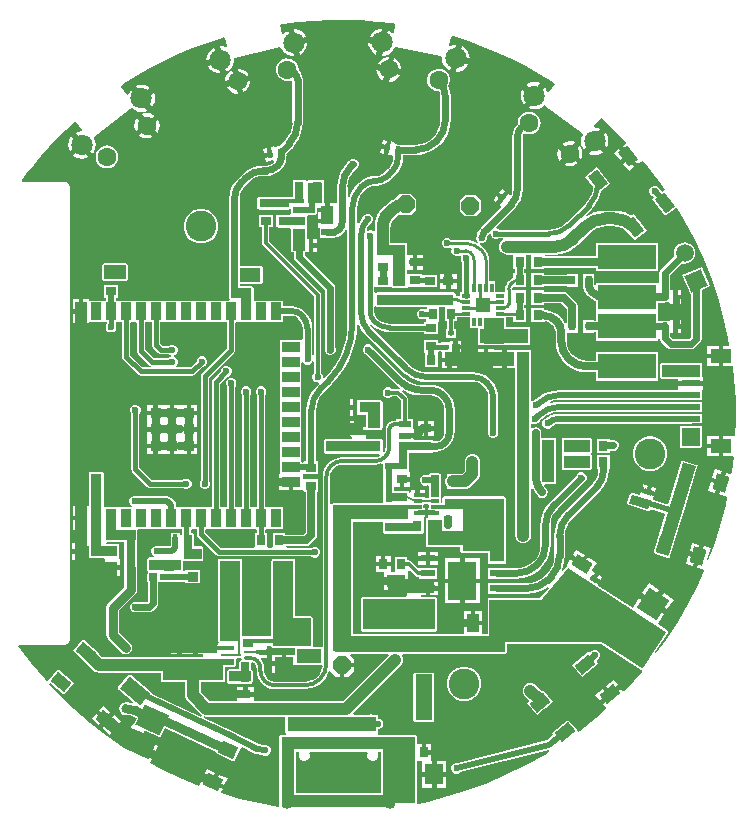
<source format=gtl>
G04*
G04 #@! TF.GenerationSoftware,Altium Limited,Altium Designer,22.1.2 (22)*
G04*
G04 Layer_Physical_Order=1*
G04 Layer_Color=255*
%FSLAX25Y25*%
%MOIN*%
G70*
G04*
G04 #@! TF.SameCoordinates,673B4CCC-D109-4FC9-AC55-69538E973762*
G04*
G04*
G04 #@! TF.FilePolarity,Positive*
G04*
G01*
G75*
%ADD10C,0.01000*%
%ADD15C,0.00800*%
%ADD23R,0.03500X0.03000*%
%ADD24R,0.03000X0.03500*%
%ADD25R,0.06000X0.07000*%
%ADD26R,0.03622X0.03228*%
%ADD27R,0.02500X0.01800*%
%ADD28R,0.01800X0.02500*%
G04:AMPARAMS|DCode=29|XSize=25mil|YSize=18mil|CornerRadius=0mil|HoleSize=0mil|Usage=FLASHONLY|Rotation=283.000|XOffset=0mil|YOffset=0mil|HoleType=Round|Shape=Rectangle|*
%AMROTATEDRECTD29*
4,1,4,-0.01158,0.01016,0.00596,0.01420,0.01158,-0.01016,-0.00596,-0.01420,-0.01158,0.01016,0.0*
%
%ADD29ROTATEDRECTD29*%

G04:AMPARAMS|DCode=30|XSize=55.12mil|YSize=43.31mil|CornerRadius=0mil|HoleSize=0mil|Usage=FLASHONLY|Rotation=73.000|XOffset=0mil|YOffset=0mil|HoleType=Round|Shape=Rectangle|*
%AMROTATEDRECTD30*
4,1,4,0.01265,-0.03269,-0.02877,-0.02002,-0.01265,0.03269,0.02877,0.02002,0.01265,-0.03269,0.0*
%
%ADD30ROTATEDRECTD30*%

G04:AMPARAMS|DCode=31|XSize=25mil|YSize=18mil|CornerRadius=0mil|HoleSize=0mil|Usage=FLASHONLY|Rotation=327.000|XOffset=0mil|YOffset=0mil|HoleType=Round|Shape=Rectangle|*
%AMROTATEDRECTD31*
4,1,4,-0.01539,-0.00074,-0.00558,0.01436,0.01539,0.00074,0.00558,-0.01436,-0.01539,-0.00074,0.0*
%
%ADD31ROTATEDRECTD31*%

%ADD32R,0.03543X0.05906*%
%ADD33R,0.06693X0.22441*%
%ADD34R,0.03543X0.03543*%
%ADD35R,0.05906X0.03543*%
%ADD36R,0.02638X0.01181*%
G04:AMPARAMS|DCode=37|XSize=59.06mil|YSize=39.37mil|CornerRadius=0mil|HoleSize=0mil|Usage=FLASHONLY|Rotation=320.000|XOffset=0mil|YOffset=0mil|HoleType=Round|Shape=Rectangle|*
%AMROTATEDRECTD37*
4,1,4,-0.03527,0.00390,-0.00997,0.03406,0.03527,-0.00390,0.00997,-0.03406,-0.03527,0.00390,0.0*
%
%ADD37ROTATEDRECTD37*%

G04:AMPARAMS|DCode=38|XSize=55.12mil|YSize=43.31mil|CornerRadius=0mil|HoleSize=0mil|Usage=FLASHONLY|Rotation=335.000|XOffset=0mil|YOffset=0mil|HoleType=Round|Shape=Rectangle|*
%AMROTATEDRECTD38*
4,1,4,-0.03413,-0.00798,-0.01583,0.03127,0.03413,0.00798,0.01583,-0.03127,-0.03413,-0.00798,0.0*
%
%ADD38ROTATEDRECTD38*%

%ADD39P,0.06494X8X292.5*%
G04:AMPARAMS|DCode=40|XSize=59.06mil|YSize=39.37mil|CornerRadius=0mil|HoleSize=0mil|Usage=FLASHONLY|Rotation=128.000|XOffset=0mil|YOffset=0mil|HoleType=Round|Shape=Rectangle|*
%AMROTATEDRECTD40*
4,1,4,0.03369,-0.01115,0.00267,-0.03539,-0.03369,0.01115,-0.00267,0.03539,0.03369,-0.01115,0.0*
%
%ADD40ROTATEDRECTD40*%

%ADD41R,0.04000X0.06000*%
%ADD42R,0.06000X0.04000*%
G04:AMPARAMS|DCode=43|XSize=59.06mil|YSize=39.37mil|CornerRadius=0mil|HoleSize=0mil|Usage=FLASHONLY|Rotation=220.000|XOffset=0mil|YOffset=0mil|HoleType=Round|Shape=Rectangle|*
%AMROTATEDRECTD43*
4,1,4,0.00997,0.03406,0.03527,0.00390,-0.00997,-0.03406,-0.03527,-0.00390,0.00997,0.03406,0.0*
%
%ADD43ROTATEDRECTD43*%

%ADD44R,0.04331X0.02362*%
%ADD45R,0.04724X0.02362*%
%ADD46R,0.09449X0.12992*%
%ADD47R,0.01772X0.00984*%
%ADD48R,0.05709X0.00787*%
%ADD49R,0.04528X0.01378*%
%ADD50R,0.01968X0.03937*%
G04:AMPARAMS|DCode=51|XSize=40mil|YSize=60mil|CornerRadius=0mil|HoleSize=0mil|Usage=FLASHONLY|Rotation=237.000|XOffset=0mil|YOffset=0mil|HoleType=Round|Shape=Rectangle|*
%AMROTATEDRECTD51*
4,1,4,-0.01427,0.03311,0.03605,0.00043,0.01427,-0.03311,-0.03605,-0.00043,-0.01427,0.03311,0.0*
%
%ADD51ROTATEDRECTD51*%

G04:AMPARAMS|DCode=52|XSize=25mil|YSize=18mil|CornerRadius=0mil|HoleSize=0mil|Usage=FLASHONLY|Rotation=155.000|XOffset=0mil|YOffset=0mil|HoleType=Round|Shape=Rectangle|*
%AMROTATEDRECTD52*
4,1,4,0.01513,0.00287,0.00753,-0.01344,-0.01513,-0.00287,-0.00753,0.01344,0.01513,0.00287,0.0*
%
%ADD52ROTATEDRECTD52*%

G04:AMPARAMS|DCode=53|XSize=25mil|YSize=18mil|CornerRadius=0mil|HoleSize=0mil|Usage=FLASHONLY|Rotation=232.900|XOffset=0mil|YOffset=0mil|HoleType=Round|Shape=Rectangle|*
%AMROTATEDRECTD53*
4,1,4,0.00036,0.01540,0.01472,0.00454,-0.00036,-0.01540,-0.01472,-0.00454,0.00036,0.01540,0.0*
%
%ADD53ROTATEDRECTD53*%

G04:AMPARAMS|DCode=54|XSize=25mil|YSize=18mil|CornerRadius=0mil|HoleSize=0mil|Usage=FLASHONLY|Rotation=258.000|XOffset=0mil|YOffset=0mil|HoleType=Round|Shape=Rectangle|*
%AMROTATEDRECTD54*
4,1,4,-0.00620,0.01410,0.01140,0.01036,0.00620,-0.01410,-0.01140,-0.01036,-0.00620,0.01410,0.0*
%
%ADD54ROTATEDRECTD54*%

G04:AMPARAMS|DCode=55|XSize=25mil|YSize=18mil|CornerRadius=0mil|HoleSize=0mil|Usage=FLASHONLY|Rotation=163.000|XOffset=0mil|YOffset=0mil|HoleType=Round|Shape=Rectangle|*
%AMROTATEDRECTD55*
4,1,4,0.01459,0.00495,0.00932,-0.01226,-0.01459,-0.00495,-0.00932,0.01226,0.01459,0.00495,0.0*
%
%ADD55ROTATEDRECTD55*%

%ADD56R,0.06299X0.01968*%
%ADD57R,0.07087X0.04724*%
%ADD58R,0.03937X0.02362*%
%ADD59R,0.02362X0.03150*%
%ADD60R,0.03150X0.02362*%
%ADD61R,0.19291X0.08268*%
%ADD62R,0.03150X0.01181*%
%ADD63R,0.01181X0.03150*%
%ADD64R,0.04842X0.04842*%
%ADD65R,0.01968X0.01772*%
%ADD115C,0.02362*%
%ADD125C,0.02200*%
%ADD126C,0.02000*%
%ADD127C,0.01500*%
%ADD128C,0.02500*%
%ADD129C,0.01200*%
%ADD130C,0.02201*%
%ADD131C,0.04000*%
%ADD132C,0.03000*%
%ADD133C,0.03937*%
%ADD134R,0.12289X0.03154*%
%ADD135R,0.12636X0.04515*%
%ADD136R,0.04670X0.07300*%
%ADD137R,0.08072X0.04500*%
%ADD138R,0.06400X0.05900*%
%ADD139R,0.12500X0.09200*%
%ADD140R,0.37598X0.04336*%
%ADD141R,0.37598X0.04300*%
%ADD142R,0.04300X0.23500*%
%ADD143R,0.10500X0.22368*%
G04:AMPARAMS|DCode=144|XSize=18.33mil|YSize=138.79mil|CornerRadius=0mil|HoleSize=0mil|Usage=FLASHONLY|Rotation=73.000|XOffset=0mil|YOffset=0mil|HoleType=Round|Shape=Rectangle|*
%AMROTATEDRECTD144*
4,1,4,0.06368,-0.02906,-0.06904,0.01152,-0.06368,0.02906,0.06904,-0.01152,0.06368,-0.02906,0.0*
%
%ADD144ROTATEDRECTD144*%

%ADD145R,0.04300X0.95902*%
%ADD146R,0.03800X0.10600*%
%ADD147R,0.04120X0.06221*%
%ADD148R,0.07400X0.02445*%
%ADD149R,0.02965X0.09126*%
%ADD150R,0.02416X0.12535*%
%ADD151R,0.03937X0.07271*%
%ADD152R,0.02500X0.02550*%
%ADD153R,0.10609X0.03740*%
%ADD154R,0.05860X0.03709*%
%ADD155R,0.02839X0.08209*%
%ADD156R,0.25736X0.03554*%
G04:AMPARAMS|DCode=157|XSize=175.98mil|YSize=106.41mil|CornerRadius=0mil|HoleSize=0mil|Usage=FLASHONLY|Rotation=230.000|XOffset=0mil|YOffset=0mil|HoleType=Round|Shape=Rectangle|*
%AMROTATEDRECTD157*
4,1,4,0.01580,0.10160,0.09732,0.03321,-0.01580,-0.10160,-0.09732,-0.03321,0.01580,0.10160,0.0*
%
%ADD157ROTATEDRECTD157*%

%ADD158R,0.09637X0.03600*%
%ADD159R,0.03966X0.13613*%
%ADD160R,0.12809X0.04134*%
%ADD161R,0.06299X0.06102*%
%ADD162R,0.05600X0.15240*%
%ADD163R,0.04057X0.14264*%
G04:AMPARAMS|DCode=164|XSize=30.75mil|YSize=66.79mil|CornerRadius=0mil|HoleSize=0mil|Usage=FLASHONLY|Rotation=73.000|XOffset=0mil|YOffset=0mil|HoleType=Round|Shape=Rectangle|*
%AMROTATEDRECTD164*
4,1,4,0.02744,-0.02447,-0.03643,-0.00494,-0.02744,0.02447,0.03643,0.00494,0.02744,-0.02447,0.0*
%
%ADD164ROTATEDRECTD164*%

%ADD165R,0.06944X0.03200*%
%ADD166R,0.07106X0.04805*%
%ADD167R,0.07334X0.04705*%
%ADD168R,0.15811X0.04150*%
G04:AMPARAMS|DCode=169|XSize=65.43mil|YSize=265.55mil|CornerRadius=0mil|HoleSize=0mil|Usage=FLASHONLY|Rotation=237.000|XOffset=0mil|YOffset=0mil|HoleType=Round|Shape=Rectangle|*
%AMROTATEDRECTD169*
4,1,4,-0.09354,0.09975,0.12917,-0.04488,0.09354,-0.09975,-0.12917,0.04488,-0.09354,0.09975,0.0*
%
%ADD169ROTATEDRECTD169*%

G04:AMPARAMS|DCode=170|XSize=144.05mil|YSize=225.94mil|CornerRadius=0mil|HoleSize=0mil|Usage=FLASHONLY|Rotation=237.000|XOffset=0mil|YOffset=0mil|HoleType=Round|Shape=Rectangle|*
%AMROTATEDRECTD170*
4,1,4,-0.05552,0.12194,0.13397,-0.00112,0.05552,-0.12194,-0.13397,0.00112,-0.05552,0.12194,0.0*
%
%ADD170ROTATEDRECTD170*%

%ADD171R,0.03937X0.06102*%
G04:AMPARAMS|DCode=172|XSize=44mil|YSize=311.02mil|CornerRadius=0mil|HoleSize=0mil|Usage=FLASHONLY|Rotation=163.000|XOffset=0mil|YOffset=0mil|HoleType=Round|Shape=Rectangle|*
%AMROTATEDRECTD172*
4,1,4,0.06651,0.14229,-0.02443,-0.15515,-0.06651,-0.14229,0.02443,0.15515,0.06651,0.14229,0.0*
%
%ADD172ROTATEDRECTD172*%

%ADD173R,0.02050X0.10451*%
%ADD174R,0.04500X0.07050*%
%ADD175R,0.07183X0.02362*%
%ADD176R,0.14528X0.01500*%
%ADD177R,0.03000X0.07050*%
%ADD178R,0.09778X0.03000*%
%ADD179R,0.08854X0.03000*%
G04:AMPARAMS|DCode=180|XSize=87.78mil|YSize=51.46mil|CornerRadius=0mil|HoleSize=0mil|Usage=FLASHONLY|Rotation=320.000|XOffset=0mil|YOffset=0mil|HoleType=Round|Shape=Rectangle|*
%AMROTATEDRECTD180*
4,1,4,-0.05016,0.00850,-0.01708,0.04792,0.05016,-0.00850,0.01708,-0.04792,-0.05016,0.00850,0.0*
%
%ADD180ROTATEDRECTD180*%

%ADD181R,0.09600X0.05300*%
%ADD182R,0.06693X0.28221*%
%ADD183R,0.06720X0.26622*%
%ADD184R,0.01138X0.31598*%
%ADD185R,0.14122X0.09300*%
G04:AMPARAMS|DCode=186|XSize=177.89mil|YSize=41.19mil|CornerRadius=0mil|HoleSize=0mil|Usage=FLASHONLY|Rotation=320.000|XOffset=0mil|YOffset=0mil|HoleType=Round|Shape=Rectangle|*
%AMROTATEDRECTD186*
4,1,4,-0.08137,0.04140,-0.05490,0.07295,0.08137,-0.04140,0.05490,-0.07295,-0.08137,0.04140,0.0*
%
%ADD186ROTATEDRECTD186*%

%ADD187R,0.03167X0.02974*%
%ADD188R,0.16386X0.01800*%
%ADD189R,0.26350X0.11740*%
%ADD190R,0.07900X0.12723*%
%ADD191R,0.07560X0.03940*%
%ADD192R,0.06836X0.00984*%
%ADD193R,0.05972X0.49019*%
%ADD194R,0.21715X0.01378*%
G04:AMPARAMS|DCode=195|XSize=87.52mil|YSize=71.37mil|CornerRadius=0mil|HoleSize=0mil|Usage=FLASHONLY|Rotation=335.000|XOffset=0mil|YOffset=0mil|HoleType=Round|Shape=Rectangle|*
%AMROTATEDRECTD195*
4,1,4,-0.05474,-0.01385,-0.02458,0.05084,0.05474,0.01385,0.02458,-0.05084,-0.05474,-0.01385,0.0*
%
%ADD195ROTATEDRECTD195*%

G04:AMPARAMS|DCode=196|XSize=87.52mil|YSize=73.86mil|CornerRadius=0mil|HoleSize=0mil|Usage=FLASHONLY|Rotation=335.000|XOffset=0mil|YOffset=0mil|HoleType=Round|Shape=Rectangle|*
%AMROTATEDRECTD196*
4,1,4,-0.05527,-0.01498,-0.02405,0.05196,0.05527,0.01498,0.02405,-0.05196,-0.05527,-0.01498,0.0*
%
%ADD196ROTATEDRECTD196*%

%ADD197R,0.23915X0.01939*%
%ADD198R,0.20300X0.07013*%
%ADD199R,0.06578X0.00787*%
%ADD200R,0.19775X0.03711*%
%ADD201R,0.02857X0.07206*%
%ADD202R,0.07147X0.03500*%
%ADD203R,0.04347X0.08591*%
%ADD204R,0.10915X0.03000*%
%ADD205R,0.08887X0.03500*%
%ADD206R,0.03765X0.27600*%
%ADD207R,0.09887X0.03381*%
%ADD208R,0.03543X0.09554*%
%ADD209R,0.03000X0.14143*%
%ADD210R,0.07200X0.03500*%
%ADD211R,0.02649X0.06529*%
%ADD212R,0.18047X0.03798*%
%ADD213R,0.25115X0.04914*%
%ADD214R,0.07433X0.01181*%
%ADD215R,0.03915X0.03000*%
%ADD216R,0.06943X0.01181*%
%ADD217R,0.23911X0.10398*%
%ADD218R,0.29621X0.05125*%
%ADD219R,0.05211X0.17381*%
%ADD220R,0.56620X0.05400*%
%ADD221R,0.13813X0.17500*%
%ADD222R,0.04724X0.21162*%
%ADD223R,0.42166X0.13976*%
%ADD224R,0.02800X0.03600*%
%ADD225R,0.08872X0.04091*%
%ADD226R,0.08872X0.04091*%
%ADD227R,0.08035X0.05000*%
%ADD228R,0.20700X0.05000*%
%ADD229R,0.15975X0.04900*%
%ADD230R,0.06600X0.08700*%
%ADD231C,0.06299*%
%ADD232C,0.07087*%
%ADD233O,0.03543X0.07874*%
%ADD234O,0.03543X0.06693*%
%ADD235C,0.10236*%
%ADD236P,0.11136X4X282.0*%
%ADD237C,0.07874*%
%ADD238C,0.05906*%
%ADD239P,0.08352X4X158.0*%
G36*
X116461Y55231D02*
X121704Y54842D01*
X126927Y54245D01*
X127568Y54146D01*
X127851Y53734D01*
X127266Y50979D01*
X126740Y50912D01*
X125932Y51639D01*
X125237Y51994D01*
X124314Y47655D01*
X123392Y43316D01*
X124171Y43357D01*
X125309Y43727D01*
X126312Y44378D01*
X127113Y45267D01*
X127656Y46333D01*
X127833Y46425D01*
X127859Y46414D01*
X142950Y43206D01*
X143414Y42984D01*
X143477Y41789D01*
X143846Y40651D01*
X144498Y39648D01*
X145387Y38848D01*
X146082Y38493D01*
X147004Y42832D01*
X147927Y47171D01*
X147148Y47130D01*
X146114Y46794D01*
X145662Y47071D01*
X146234Y49762D01*
X146662Y50021D01*
X147248Y49858D01*
X152201Y48265D01*
X157088Y46477D01*
X161900Y44499D01*
X166631Y42332D01*
X171272Y39981D01*
X175818Y37448D01*
X180260Y34738D01*
X180807Y34374D01*
X180897Y33882D01*
X179025Y31271D01*
X178518Y31421D01*
X178098Y32416D01*
X177619Y33031D01*
X174943Y29493D01*
X172267Y25956D01*
X172990Y25662D01*
X174177Y25514D01*
X175362Y25679D01*
X176464Y26144D01*
X177408Y26879D01*
X177623Y26888D01*
X177675Y26829D01*
X189932Y17560D01*
X190257Y17161D01*
X189807Y16053D01*
X189660Y14866D01*
X189824Y13681D01*
X190289Y12579D01*
X190769Y11963D01*
X193444Y15501D01*
X196120Y19039D01*
X195397Y19332D01*
X194320Y19466D01*
X194027Y19909D01*
X195976Y22486D01*
X196473Y22540D01*
X197637Y21547D01*
X202736Y16704D01*
X204649Y14682D01*
X204612Y14183D01*
X203645Y13427D01*
X206078Y10312D01*
X208512Y7198D01*
X210192Y8510D01*
X212124Y6238D01*
X216387Y645D01*
X217613Y-1156D01*
X217443Y-1280D01*
X217049Y-1588D01*
X216710Y-1853D01*
X215897Y-1039D01*
X215747Y-678D01*
X215246Y-177D01*
X214592Y94D01*
X213883D01*
X213229Y-177D01*
X212727Y-678D01*
X212456Y-1333D01*
Y-2041D01*
X212727Y-2696D01*
X213229Y-3197D01*
X213590Y-3347D01*
X213853Y-3610D01*
X213823Y-4109D01*
X213395Y-4443D01*
X217770Y-10042D01*
X221226Y-7342D01*
X221717Y-7433D01*
X223989Y-11182D01*
X227307Y-17383D01*
X230290Y-23751D01*
X232929Y-30270D01*
X235218Y-36919D01*
X237149Y-43681D01*
X238717Y-50536D01*
X239134Y-52942D01*
X238812Y-53324D01*
X237019D01*
Y-56687D01*
Y-60049D01*
X240225D01*
X240747Y-64448D01*
X241204Y-71466D01*
X241286Y-78498D01*
X241104Y-82867D01*
X240812Y-83246D01*
X237019D01*
Y-86608D01*
Y-89970D01*
X240199D01*
X240535Y-90340D01*
X240328Y-92525D01*
X239856Y-95684D01*
X239433Y-95951D01*
X238032Y-95523D01*
X236933Y-99114D01*
X235835Y-102706D01*
X237667Y-103266D01*
X238145Y-103412D01*
X238469Y-103495D01*
X237882Y-106370D01*
X236110Y-113175D01*
X233977Y-119877D01*
X232183Y-124624D01*
X231710Y-124463D01*
X232859Y-120701D01*
X230550Y-119995D01*
X229451Y-123587D01*
X228353Y-127179D01*
X230357Y-127791D01*
X230657Y-128349D01*
X228658Y-132891D01*
X225486Y-139168D01*
X221984Y-145266D01*
X218162Y-151169D01*
X214825Y-155768D01*
X214412Y-155484D01*
X218595Y-149044D01*
X218686Y-148555D01*
X218404Y-148145D01*
X215191Y-146059D01*
X217304Y-142805D01*
X213163Y-140116D01*
X209023Y-137427D01*
X206920Y-140665D01*
X195170Y-133034D01*
X195396Y-132685D01*
X193509Y-131460D01*
X193918Y-130831D01*
X193289Y-130422D01*
X194324Y-128829D01*
X193234Y-128121D01*
X194878Y-125590D01*
X192152Y-123820D01*
X190518Y-126336D01*
X189889Y-125927D01*
X189480Y-126557D01*
X186126Y-124378D01*
X184900Y-126265D01*
X184986Y-126321D01*
X184954Y-126896D01*
X184745Y-127039D01*
X184707Y-127098D01*
X184659Y-127123D01*
X183623Y-128358D01*
X183191Y-128095D01*
X183690Y-126889D01*
X184120Y-125099D01*
X184264Y-123263D01*
X184262D01*
Y-116747D01*
X184246Y-116669D01*
X184398Y-115130D01*
X184869Y-113575D01*
X185635Y-112141D01*
X186617Y-110946D01*
X186683Y-110902D01*
X195934Y-101650D01*
X196294Y-101303D01*
X196294Y-101303D01*
X197388Y-99970D01*
X198201Y-98449D01*
X198702Y-96799D01*
X198871Y-95083D01*
X198862D01*
Y-94355D01*
X199228D01*
Y-89655D01*
X195028D01*
Y-94355D01*
X195394D01*
Y-95083D01*
X195412Y-95171D01*
X195241Y-96468D01*
X194707Y-97757D01*
X194155Y-98476D01*
X193836Y-98844D01*
X193490Y-99191D01*
X184231Y-108450D01*
X184229Y-108448D01*
X183033Y-109848D01*
X182071Y-111418D01*
X181366Y-113120D01*
X180936Y-114911D01*
X180791Y-116747D01*
X180794D01*
Y-123263D01*
X180810Y-123341D01*
X180658Y-124880D01*
X180186Y-126435D01*
X179420Y-127868D01*
X178439Y-129063D01*
X178373Y-129108D01*
X177531Y-129950D01*
X177487Y-130016D01*
X176291Y-130997D01*
X174858Y-131763D01*
X173303Y-132235D01*
X171764Y-132387D01*
X171686Y-132371D01*
X164541D01*
Y-132324D01*
X158616D01*
Y-135886D01*
X164541D01*
Y-135838D01*
X171686D01*
Y-135841D01*
X173522Y-135697D01*
X175312Y-135267D01*
X177014Y-134562D01*
X178584Y-133600D01*
X178904Y-133982D01*
X176141Y-137274D01*
X159216D01*
X159097Y-137324D01*
X158616D01*
Y-137804D01*
X158567Y-137924D01*
Y-149255D01*
X156628D01*
Y-146455D01*
X150628D01*
Y-149255D01*
X113722D01*
Y-111849D01*
X123541D01*
X123662Y-112030D01*
Y-115185D01*
X123852Y-115644D01*
X124311Y-115834D01*
X136600D01*
X137059Y-115644D01*
X137098Y-115550D01*
X137228D01*
Y-115237D01*
X137249Y-115185D01*
Y-112030D01*
X137228Y-111978D01*
Y-110850D01*
X137434Y-110435D01*
X137533D01*
Y-109595D01*
X135214D01*
Y-108117D01*
X136533D01*
X136586Y-108095D01*
X137533D01*
Y-107254D01*
X137183D01*
Y-106286D01*
X137548Y-105928D01*
X138708D01*
X139073Y-106286D01*
Y-107254D01*
X138722D01*
Y-108095D01*
X139670D01*
X139722Y-108117D01*
X141041D01*
Y-109595D01*
X138722D01*
Y-110435D01*
X138335Y-110707D01*
X138141Y-110787D01*
X137951Y-111246D01*
Y-115099D01*
X137915Y-115185D01*
Y-119700D01*
X138105Y-120159D01*
X138565Y-120349D01*
X149478D01*
Y-121605D01*
X149669Y-122064D01*
X150128Y-122254D01*
X158567D01*
Y-125286D01*
X158616Y-125405D01*
Y-125886D01*
X159097D01*
X159216Y-125935D01*
X163941D01*
X164060Y-125886D01*
X164541D01*
Y-125405D01*
X164590Y-125286D01*
Y-104105D01*
X164400Y-103646D01*
X163941Y-103455D01*
X144166D01*
X143707Y-103646D01*
X143516Y-104105D01*
Y-105636D01*
X142960D01*
Y-103717D01*
X142960Y-103717D01*
X143010Y-103530D01*
X143010Y-103221D01*
Y-100824D01*
X143103D01*
Y-96124D01*
X142927D01*
X142819Y-95864D01*
X142360Y-95674D01*
X139503D01*
X139044Y-95864D01*
X138936Y-96124D01*
X138903D01*
Y-96204D01*
X138854Y-96324D01*
X138354Y-96436D01*
X138082Y-96324D01*
X137374D01*
X136719Y-96595D01*
X136218Y-97096D01*
X135947Y-97750D01*
Y-98459D01*
X136218Y-99114D01*
X136719Y-99615D01*
X137374Y-99886D01*
X138082D01*
X138354Y-99773D01*
X138854Y-99979D01*
Y-103530D01*
X138614Y-103888D01*
X137533D01*
Y-103689D01*
X135214D01*
Y-102939D01*
X134465D01*
Y-101349D01*
X132896D01*
Y-102048D01*
X132396Y-102332D01*
X132311Y-102281D01*
Y-101640D01*
X129562D01*
X129443Y-101590D01*
X127377D01*
Y-100240D01*
X129211D01*
Y-97740D01*
X129961D01*
Y-96990D01*
X132711D01*
Y-95240D01*
X132487D01*
X132238Y-94740D01*
X132360Y-94445D01*
Y-88954D01*
X139696D01*
X139815Y-88905D01*
X140296D01*
Y-88538D01*
X141288D01*
X141321Y-88531D01*
X142503Y-88415D01*
X143521Y-88106D01*
X143613Y-88088D01*
X143639Y-88070D01*
X143672Y-88060D01*
X143674Y-88059D01*
X143691Y-88056D01*
X143735Y-88026D01*
X144749Y-87485D01*
X145693Y-86710D01*
X146468Y-85766D01*
X147010Y-84752D01*
X147039Y-84708D01*
X147042Y-84691D01*
X147044Y-84689D01*
X147398Y-83520D01*
X147514Y-82337D01*
X147521Y-82305D01*
Y-74376D01*
X147527D01*
X147371Y-72798D01*
X146911Y-71281D01*
X146163Y-69882D01*
X145158Y-68657D01*
X143932Y-67651D01*
X142534Y-66903D01*
X141016Y-66443D01*
X139439Y-66288D01*
Y-66293D01*
X136469D01*
X136391Y-66309D01*
X134852Y-66157D01*
X133296Y-65685D01*
X131863Y-64919D01*
X130667Y-63938D01*
X130623Y-63872D01*
X120358Y-53606D01*
X120310Y-53491D01*
X119809Y-52990D01*
X119154Y-52719D01*
X118446D01*
X117791Y-52990D01*
X117290Y-53491D01*
X117019Y-54146D01*
Y-54854D01*
X117290Y-55509D01*
X117791Y-56010D01*
X117906Y-56058D01*
X128172Y-66323D01*
X128170Y-66325D01*
X129269Y-67264D01*
X129043Y-67729D01*
X128781Y-67677D01*
X126595D01*
X126309Y-67390D01*
X125654Y-67119D01*
X124946D01*
X124291Y-67390D01*
X123790Y-67891D01*
X123519Y-68546D01*
Y-69254D01*
X123790Y-69909D01*
X124291Y-70410D01*
X124946Y-70681D01*
X125654D01*
X126309Y-70410D01*
X126595Y-70123D01*
X128274D01*
X129722Y-71572D01*
Y-77683D01*
X128181D01*
Y-78241D01*
X127317D01*
X127313Y-78242D01*
X126615Y-78334D01*
X125961Y-78605D01*
X125399Y-79036D01*
X124967Y-79598D01*
X124696Y-80252D01*
X124604Y-80950D01*
X124604Y-80955D01*
Y-86954D01*
X124606Y-86963D01*
X124489Y-87849D01*
X124225Y-88486D01*
X124128Y-88574D01*
X124024Y-88617D01*
X123524Y-88283D01*
Y-84887D01*
X123334Y-84428D01*
X122875Y-84238D01*
X118423D01*
X117978Y-84105D01*
X117978Y-83737D01*
Y-82955D01*
X115728D01*
Y-82205D01*
X114978D01*
Y-80305D01*
X113918D01*
Y-78164D01*
X111918D01*
Y-80664D01*
Y-83165D01*
X113124D01*
X113478Y-83518D01*
X113478Y-84105D01*
X113033Y-84238D01*
X104828D01*
X104369Y-84428D01*
X104178Y-84887D01*
Y-88685D01*
X104369Y-89144D01*
X104828Y-89334D01*
X122464D01*
X122773Y-89834D01*
X122673Y-90034D01*
X122043Y-90295D01*
X121157Y-90411D01*
X121148Y-90409D01*
X110108D01*
Y-90402D01*
X108838Y-90527D01*
X107616Y-90897D01*
X106491Y-91499D01*
X105504Y-92309D01*
X104694Y-93296D01*
X104092Y-94421D01*
X103722Y-95643D01*
X103596Y-96913D01*
X103604D01*
Y-153480D01*
X103200Y-153751D01*
X100513D01*
X100235Y-153335D01*
X100249Y-153300D01*
Y-144100D01*
X100059Y-143641D01*
X99600Y-143451D01*
X94482D01*
Y-124984D01*
X94433Y-124865D01*
Y-124384D01*
X93952D01*
X93833Y-124335D01*
X87140D01*
X87020Y-124384D01*
X86540D01*
Y-124865D01*
X86490Y-124984D01*
Y-144004D01*
X86451Y-144100D01*
Y-150105D01*
X77242D01*
X77209Y-150119D01*
X76793Y-149841D01*
Y-124984D01*
X76716Y-124799D01*
Y-124384D01*
X76263D01*
X76143Y-124335D01*
X69423D01*
X69304Y-124384D01*
X68823D01*
Y-124865D01*
X68774Y-124984D01*
Y-151606D01*
X68868Y-151835D01*
X68580Y-152335D01*
X68565D01*
Y-152632D01*
X68378Y-153055D01*
X68065Y-153055D01*
X66878D01*
Y-154955D01*
X65378D01*
Y-153055D01*
X63978D01*
Y-151105D01*
X61978D01*
Y-153605D01*
Y-156105D01*
X63524D01*
X63810Y-156390D01*
X63746Y-156904D01*
X63445Y-157016D01*
X57590D01*
X57335Y-156982D01*
X30053D01*
X28978Y-155907D01*
X29136Y-155718D01*
X26975Y-153904D01*
X26618Y-153547D01*
X26075Y-153131D01*
X26032Y-153113D01*
X23693Y-151151D01*
X20391Y-155086D01*
X22786Y-157095D01*
X22909Y-157256D01*
X27112Y-161459D01*
X27112Y-161459D01*
X27655Y-161876D01*
X28288Y-162138D01*
X28967Y-162227D01*
X28967Y-162227D01*
X49528D01*
Y-164679D01*
X49719Y-165138D01*
X50178Y-165328D01*
X57722D01*
Y-169782D01*
X57722Y-169782D01*
X57812Y-170461D01*
X58074Y-171094D01*
X58490Y-171637D01*
X62987Y-176133D01*
X62987Y-176133D01*
X63336Y-176401D01*
X63076Y-176831D01*
X46657Y-169175D01*
X46695Y-169057D01*
X46465Y-168616D01*
X39741Y-162973D01*
X39266Y-162824D01*
X38826Y-163053D01*
X35518Y-166995D01*
X35368Y-167469D01*
X35494Y-167711D01*
X35471Y-167739D01*
X35598Y-167910D01*
X35806Y-168085D01*
X40302Y-171857D01*
X40077Y-172304D01*
X39677Y-172208D01*
X38410Y-172108D01*
X37937Y-172064D01*
X37933Y-172064D01*
X37928Y-172064D01*
Y-172064D01*
X37108Y-172227D01*
X36414Y-172691D01*
X35950Y-173385D01*
X35787Y-174205D01*
X35950Y-175024D01*
X36414Y-175719D01*
X37108Y-176183D01*
X37928Y-176346D01*
Y-176346D01*
X38418Y-176370D01*
X39280Y-176454D01*
X40581Y-176849D01*
X41540Y-177362D01*
X40698Y-179167D01*
X40698Y-179168D01*
X40629Y-179470D01*
X40127Y-179738D01*
X40105Y-179728D01*
X39619Y-180770D01*
X41658Y-181721D01*
X43697Y-182672D01*
X44018Y-181984D01*
X44183Y-181630D01*
X44642Y-181723D01*
X48944Y-183730D01*
X48944Y-183730D01*
X49441Y-183751D01*
X49443Y-183749D01*
X49807Y-183415D01*
X51109Y-180625D01*
X68174Y-188582D01*
X67910Y-189148D01*
X73993Y-191984D01*
X76186Y-187281D01*
X76790Y-187027D01*
X80989Y-189159D01*
X81246Y-189231D01*
X81498Y-189320D01*
X83484Y-189603D01*
X83491Y-189610D01*
X84146Y-189881D01*
X84854D01*
X85509Y-189610D01*
X86010Y-189109D01*
X86281Y-188454D01*
Y-187746D01*
X86010Y-187091D01*
X85509Y-186590D01*
X84854Y-186319D01*
X84146D01*
X83997Y-186380D01*
X82226Y-186128D01*
X73402Y-181648D01*
X73376Y-181640D01*
X73353Y-181624D01*
X64024Y-177274D01*
X64162Y-176812D01*
X64841Y-176901D01*
X91178D01*
Y-182005D01*
X91369Y-182464D01*
X91237Y-182950D01*
X89745D01*
X89286Y-183141D01*
X89095Y-183600D01*
Y-206529D01*
X88712Y-206850D01*
X82744Y-205788D01*
X75896Y-204188D01*
X69966Y-202465D01*
X69760Y-202009D01*
X70216Y-201031D01*
X66812Y-199444D01*
X63408Y-197857D01*
X62460Y-199888D01*
X55998Y-197236D01*
X49644Y-194224D01*
X46058Y-192284D01*
X47023Y-190217D01*
X43619Y-188629D01*
X40215Y-187042D01*
X39702Y-188141D01*
X39224Y-188285D01*
X37461Y-187206D01*
X31667Y-183220D01*
X26094Y-178932D01*
X20757Y-174352D01*
X15671Y-169495D01*
X12285Y-165896D01*
X12628Y-165532D01*
X17483Y-169606D01*
X20785Y-165670D01*
X15342Y-161103D01*
X12098Y-164969D01*
X11571Y-165138D01*
X10852Y-164374D01*
X6312Y-159003D01*
X2065Y-153398D01*
X2003Y-153307D01*
X2237Y-152865D01*
X17717Y-152826D01*
X18008Y-152767D01*
X18298Y-152710D01*
X18300Y-152709D01*
X18302Y-152708D01*
X18547Y-152543D01*
X18794Y-152378D01*
X18795Y-152377D01*
X18797Y-152375D01*
X18961Y-152129D01*
X19126Y-151882D01*
X19126Y-151880D01*
X19127Y-151878D01*
X19184Y-151587D01*
X19242Y-151297D01*
Y-108D01*
X19185Y180D01*
X19129Y469D01*
X19127Y473D01*
X19126Y477D01*
X18963Y722D01*
X18801Y967D01*
X18797Y970D01*
X18794Y974D01*
X18550Y1137D01*
X18307Y1302D01*
X18302Y1302D01*
X18298Y1305D01*
X18010Y1362D01*
X17722Y1421D01*
X3514Y1507D01*
X3291Y1954D01*
X4764Y3929D01*
X7231Y7038D01*
X9791Y10071D01*
X12441Y13026D01*
X15178Y15900D01*
X18000Y18690D01*
X20808Y21303D01*
X21348Y21354D01*
X21406Y21349D01*
X23464Y18715D01*
X23178Y18268D01*
X22103Y18117D01*
X21384Y17812D01*
X24115Y14317D01*
X26846Y10821D01*
X27316Y11445D01*
X27764Y12554D01*
X27910Y13741D01*
X27743Y14926D01*
X27276Y16027D01*
X27319Y16221D01*
X27343Y16233D01*
X39502Y25733D01*
X39971Y25945D01*
X40926Y25225D01*
X42035Y24777D01*
X43223Y24632D01*
X44407Y24798D01*
X45125Y25103D01*
X42395Y28598D01*
X39664Y32094D01*
X39194Y31470D01*
X38826Y30558D01*
X38283Y30452D01*
X36423Y33000D01*
X36508Y33493D01*
X37062Y33871D01*
X41481Y36641D01*
X46006Y39234D01*
X50630Y41646D01*
X55346Y43873D01*
X60146Y45913D01*
X65023Y47761D01*
X69969Y49415D01*
X70570Y49590D01*
X71001Y49337D01*
X71638Y46580D01*
X71190Y46296D01*
X70151Y46613D01*
X69371Y46641D01*
X70369Y42319D01*
X71367Y37997D01*
X72056Y38363D01*
X72931Y39179D01*
X73564Y40194D01*
X73914Y41337D01*
X73956Y42533D01*
X74416Y42763D01*
X89450Y46234D01*
X89475Y46246D01*
X89653Y46157D01*
X90215Y45101D01*
X91031Y44226D01*
X92045Y43592D01*
X93189Y43242D01*
X93969Y43215D01*
X92971Y47537D01*
X91973Y51859D01*
X91285Y51493D01*
X90490Y50751D01*
X89963Y50810D01*
X89338Y53515D01*
X89616Y53931D01*
X90244Y54035D01*
X95460Y54692D01*
X100698Y55141D01*
X105950Y55380D01*
X111207Y55410D01*
X116461Y55231D01*
D02*
G37*
G36*
X131141Y-68484D02*
X132842Y-69188D01*
X134387Y-69559D01*
X134633Y-69618D01*
X136469Y-69763D01*
Y-69760D01*
X139439D01*
X139508Y-69746D01*
X140639Y-69895D01*
X141758Y-70358D01*
X142719Y-71096D01*
X143456Y-72056D01*
X143919Y-73175D01*
X144068Y-74306D01*
X144054Y-74376D01*
Y-82305D01*
X144059Y-82326D01*
X143967Y-83023D01*
X143824Y-83368D01*
X143690Y-83692D01*
X143249Y-84266D01*
X142675Y-84707D01*
X142351Y-84841D01*
X142006Y-84984D01*
X141309Y-85076D01*
X141288Y-85071D01*
X140296D01*
Y-84705D01*
X139815D01*
X139696Y-84655D01*
X134111D01*
Y-83955D01*
X130946D01*
Y-82455D01*
X134111D01*
Y-81024D01*
X133711D01*
Y-77683D01*
X132169D01*
Y-71065D01*
X132076Y-70597D01*
X131811Y-70200D01*
X129953Y-68343D01*
X130265Y-67947D01*
X131141Y-68484D01*
D02*
G37*
G36*
X123440Y-92608D02*
X123611Y-92758D01*
X123662Y-92843D01*
Y-94445D01*
Y-105240D01*
X123397Y-105637D01*
X107100D01*
X106641Y-105827D01*
X106551Y-106043D01*
X106051Y-105943D01*
Y-96913D01*
X106046Y-96888D01*
X106182Y-95861D01*
X106588Y-94881D01*
X107234Y-94039D01*
X108076Y-93393D01*
X109056Y-92987D01*
X110083Y-92851D01*
X110108Y-92856D01*
X121148D01*
Y-92861D01*
X122300Y-92748D01*
X123162Y-92487D01*
X123440Y-92608D01*
D02*
G37*
G36*
X125570Y-156454D02*
X110368Y-171656D01*
X80578D01*
Y-170155D01*
X75078D01*
Y-171656D01*
X65927D01*
X62967Y-168696D01*
Y-165328D01*
X70478D01*
X70655Y-165255D01*
X71078D01*
Y-164798D01*
X71127Y-164679D01*
Y-160254D01*
X74092D01*
X74552Y-160064D01*
X74742Y-159605D01*
Y-157665D01*
X75032Y-157232D01*
X76143D01*
X76543Y-157500D01*
X76454Y-158000D01*
X76378D01*
X75919Y-158190D01*
X75728Y-158650D01*
Y-161029D01*
X72378D01*
X71919Y-161219D01*
X71780Y-161555D01*
X71778D01*
Y-161559D01*
X71728Y-161679D01*
Y-165179D01*
X71919Y-165638D01*
X72378Y-165828D01*
X79578D01*
X80037Y-165638D01*
X80092Y-165505D01*
X80178D01*
Y-165298D01*
X80227Y-165179D01*
Y-161679D01*
X80178Y-161559D01*
Y-161305D01*
X80072D01*
X80037Y-161219D01*
X79676Y-161070D01*
Y-158998D01*
X79956Y-158699D01*
X80167Y-158626D01*
X80904Y-159119D01*
X81456Y-159944D01*
X81638Y-160862D01*
X81627Y-160918D01*
Y-161627D01*
X81622D01*
X81737Y-162799D01*
X82079Y-163926D01*
X82634Y-164964D01*
X83381Y-165874D01*
X84291Y-166621D01*
X85329Y-167176D01*
X86456Y-167518D01*
X87628Y-167634D01*
Y-167628D01*
X97628D01*
Y-167645D01*
X99274Y-167483D01*
X100858Y-167003D01*
X102317Y-166223D01*
X103596Y-165173D01*
X104646Y-163894D01*
X105426Y-162435D01*
X105627Y-161771D01*
X106154Y-161758D01*
X108100Y-163705D01*
X109350D01*
Y-159705D01*
X110100D01*
Y-158955D01*
X114100D01*
Y-157705D01*
X112811Y-156416D01*
X113003Y-155954D01*
X125363D01*
X125570Y-156454D01*
D02*
G37*
G36*
X86451Y-153300D02*
X86641Y-153759D01*
X87100Y-153949D01*
X94215D01*
X94493Y-154365D01*
X94478Y-154400D01*
Y-156205D01*
X91378D01*
Y-159205D01*
Y-162205D01*
X94628D01*
Y-159883D01*
X95128Y-159549D01*
X103070D01*
X103537Y-159910D01*
X103492Y-160371D01*
X103152Y-161493D01*
X102599Y-162526D01*
X101856Y-163432D01*
X100950Y-164176D01*
X99916Y-164728D01*
X98794Y-165069D01*
X97636Y-165183D01*
X97628Y-165181D01*
X87628D01*
X87616Y-165183D01*
X86707Y-165064D01*
X85849Y-164708D01*
X85112Y-164143D01*
X84547Y-163406D01*
X84191Y-162548D01*
X84072Y-161639D01*
X84074Y-161627D01*
Y-160918D01*
X84093D01*
X83923Y-159627D01*
X83425Y-158424D01*
X82911Y-157755D01*
X83158Y-157255D01*
X85078D01*
Y-156105D01*
X82828D01*
Y-154605D01*
X85078D01*
Y-153455D01*
X85474Y-153204D01*
X86451D01*
Y-153300D01*
D02*
G37*
G36*
X209802Y-161284D02*
X209864Y-161368D01*
X209988Y-161850D01*
X209603Y-162324D01*
X204891Y-167543D01*
X204122Y-168308D01*
X203623Y-168286D01*
X202953Y-167488D01*
X199925Y-170029D01*
X196897Y-172570D01*
X198156Y-174070D01*
X194665Y-177193D01*
X189198Y-181582D01*
X188770Y-181835D01*
X188736Y-181791D01*
X188415Y-181409D01*
X185434Y-177856D01*
X179991Y-182424D01*
X180442Y-182961D01*
X178228Y-184818D01*
X148568Y-192300D01*
X148554Y-192295D01*
X147846D01*
X147191Y-192566D01*
X146690Y-193067D01*
X146419Y-193721D01*
Y-194430D01*
X146690Y-195085D01*
X147191Y-195586D01*
X147846Y-195857D01*
X148554D01*
X149209Y-195586D01*
X149319Y-195476D01*
X178956Y-188000D01*
X179157Y-188465D01*
X177550Y-189494D01*
X171435Y-192968D01*
X165145Y-196111D01*
X158695Y-198914D01*
X152105Y-201370D01*
X145394Y-203471D01*
X138581Y-205212D01*
X135336Y-205859D01*
X134949Y-205542D01*
Y-191550D01*
X136321D01*
X136800Y-191600D01*
X136800Y-192050D01*
Y-195350D01*
X140050D01*
Y-191576D01*
X139800Y-191550D01*
X139800Y-191100D01*
Y-189550D01*
X137300D01*
Y-188800D01*
X136550D01*
Y-186050D01*
X134949D01*
Y-183600D01*
X134759Y-183141D01*
X134300Y-182950D01*
X122039D01*
X121907Y-182464D01*
X122098Y-182005D01*
Y-181086D01*
X122403D01*
X123057Y-180815D01*
X123558Y-180314D01*
X123829Y-179659D01*
Y-178950D01*
X123558Y-178296D01*
X123057Y-177795D01*
X122403Y-177524D01*
X122098D01*
Y-176880D01*
X121907Y-176421D01*
X121448Y-176231D01*
X120341D01*
X120082Y-176124D01*
X119374D01*
X119115Y-176231D01*
X113918D01*
X113711Y-175731D01*
X129682Y-159759D01*
X130099Y-159216D01*
X130361Y-158583D01*
X130450Y-157905D01*
X130361Y-157226D01*
X130099Y-156594D01*
X129992Y-156454D01*
X130239Y-155954D01*
X164428D01*
X164887Y-155764D01*
X165077Y-155305D01*
Y-152549D01*
X196352D01*
X209802Y-161284D01*
D02*
G37*
G36*
X123151Y-202271D02*
X94694D01*
Y-188586D01*
X95563D01*
X95841Y-189086D01*
X95652Y-189543D01*
Y-190267D01*
X95929Y-190936D01*
X96441Y-191448D01*
X97110Y-191725D01*
X97834D01*
X98503Y-191448D01*
X99015Y-190936D01*
X99292Y-190267D01*
Y-189543D01*
X99103Y-189086D01*
X99381Y-188586D01*
X118319D01*
X118597Y-189086D01*
X118407Y-189543D01*
Y-190267D01*
X118684Y-190936D01*
X119197Y-191448D01*
X119866Y-191725D01*
X120590D01*
X121259Y-191448D01*
X121771Y-190936D01*
X122048Y-190267D01*
Y-189543D01*
X121859Y-189086D01*
X122137Y-188586D01*
X123151D01*
Y-202271D01*
D02*
G37*
%LPC*%
G36*
X123280Y52409D02*
X122501Y52369D01*
X121364Y51999D01*
X120360Y51348D01*
X119560Y50459D01*
X119206Y49763D01*
X122566Y49049D01*
X123280Y52409D01*
D02*
G37*
G36*
X93922Y52309D02*
X94695Y48961D01*
X98043Y49734D01*
X97676Y50423D01*
X96860Y51298D01*
X95846Y51932D01*
X94702Y52282D01*
X93922Y52309D01*
D02*
G37*
G36*
X118790Y47807D02*
X118831Y47028D01*
X119200Y45890D01*
X119852Y44887D01*
X120741Y44086D01*
X121436Y43732D01*
X122150Y47093D01*
X118790Y47807D01*
D02*
G37*
G36*
X98492Y47785D02*
X95145Y47012D01*
X95918Y43665D01*
X96607Y44031D01*
X97482Y44847D01*
X98115Y45862D01*
X98465Y47006D01*
X98492Y47785D01*
D02*
G37*
G36*
X149883Y46755D02*
X149169Y43395D01*
X152529Y42680D01*
X152488Y43459D01*
X152119Y44597D01*
X151467Y45600D01*
X150578Y46401D01*
X149883Y46755D01*
D02*
G37*
G36*
X67422Y46191D02*
X66733Y45825D01*
X65859Y45009D01*
X65225Y43994D01*
X64875Y42850D01*
X64848Y42070D01*
X68195Y42843D01*
X67422Y46191D01*
D02*
G37*
G36*
X125520Y43064D02*
X124898Y43032D01*
X123859Y42694D01*
X122943Y42099D01*
X122212Y41287D01*
X121929Y40732D01*
X124891Y40102D01*
X125520Y43064D01*
D02*
G37*
G36*
X127477Y42649D02*
X126847Y39687D01*
X129809Y39057D01*
X129776Y39679D01*
X129439Y40718D01*
X128843Y41635D01*
X128032Y42366D01*
X127477Y42649D01*
D02*
G37*
G36*
X148753Y41438D02*
X148038Y38078D01*
X148818Y38118D01*
X149955Y38488D01*
X150959Y39140D01*
X151759Y40029D01*
X152113Y40724D01*
X148753Y41438D01*
D02*
G37*
G36*
X68645Y40895D02*
X65298Y40122D01*
X65664Y39433D01*
X66480Y38558D01*
X67494Y37924D01*
X68638Y37574D01*
X69418Y37547D01*
X68645Y40895D01*
D02*
G37*
G36*
X75351Y39118D02*
X76032Y36167D01*
X78982Y36849D01*
X78690Y37398D01*
X77945Y38198D01*
X77018Y38776D01*
X75973Y39096D01*
X75351Y39118D01*
D02*
G37*
G36*
X121513Y38776D02*
X121546Y38154D01*
X121883Y37115D01*
X122478Y36198D01*
X123290Y35467D01*
X123845Y35184D01*
X124475Y38146D01*
X121513Y38776D01*
D02*
G37*
G36*
X73402Y38668D02*
X72852Y38375D01*
X72053Y37630D01*
X71474Y36704D01*
X71154Y35659D01*
X71133Y35036D01*
X74083Y35717D01*
X73402Y38668D01*
D02*
G37*
G36*
X126431Y37730D02*
X125802Y34768D01*
X126424Y34801D01*
X127463Y35139D01*
X128379Y35734D01*
X129110Y36546D01*
X129393Y37101D01*
X126431Y37730D01*
D02*
G37*
G36*
X174113Y34679D02*
X172928Y34514D01*
X171826Y34049D01*
X171211Y33570D01*
X173951Y31497D01*
X176023Y34238D01*
X175300Y34531D01*
X174113Y34679D01*
D02*
G37*
G36*
X79432Y34900D02*
X76482Y34219D01*
X77163Y31268D01*
X77713Y31561D01*
X78512Y32306D01*
X79091Y33232D01*
X79410Y34277D01*
X79432Y34900D01*
D02*
G37*
G36*
X74533Y33769D02*
X71583Y33088D01*
X71875Y32537D01*
X72620Y31738D01*
X73547Y31159D01*
X74591Y30840D01*
X75214Y30818D01*
X74533Y33769D01*
D02*
G37*
G36*
X43143Y33796D02*
X41958Y33630D01*
X41240Y33325D01*
X43355Y30618D01*
X46062Y32733D01*
X45439Y33202D01*
X44330Y33650D01*
X43143Y33796D01*
D02*
G37*
G36*
X170004Y31975D02*
X169711Y31252D01*
X169563Y30065D01*
X169727Y28880D01*
X170193Y27778D01*
X170672Y27162D01*
X172745Y29902D01*
X170004Y31975D01*
D02*
G37*
G36*
X47294Y31157D02*
X44586Y29041D01*
X46701Y26334D01*
X47171Y26957D01*
X47619Y28067D01*
X47765Y29254D01*
X47598Y30439D01*
X47294Y31157D01*
D02*
G37*
G36*
X44979Y24339D02*
X43897Y24187D01*
X43323Y23944D01*
X45188Y21557D01*
X47574Y23422D01*
X47076Y23797D01*
X46063Y24206D01*
X44979Y24339D01*
D02*
G37*
G36*
X41747Y22712D02*
X41372Y22215D01*
X40963Y21202D01*
X40830Y20117D01*
X40982Y19035D01*
X41225Y18462D01*
X43611Y20326D01*
X41747Y22712D01*
D02*
G37*
G36*
X48805Y21846D02*
X46419Y19982D01*
X48283Y17595D01*
X48658Y18093D01*
X49067Y19106D01*
X49200Y20190D01*
X49048Y21272D01*
X48805Y21846D01*
D02*
G37*
G36*
X91415Y42541D02*
X90453Y42319D01*
X89581Y41855D01*
X88859Y41182D01*
X88336Y40345D01*
X88047Y39400D01*
X88013Y38414D01*
X88235Y37452D01*
X88699Y36580D01*
X89372Y35858D01*
X90209Y35335D01*
X91153Y35046D01*
X92140Y35012D01*
X93019Y35215D01*
X93020Y35215D01*
X93289Y35077D01*
X93515Y34887D01*
Y21144D01*
X93531Y21066D01*
X93379Y19527D01*
X92908Y17972D01*
X92142Y16538D01*
X91428Y15669D01*
X91094Y15299D01*
Y15299D01*
X90747Y14951D01*
X88976Y13180D01*
X87817Y12913D01*
X87440Y13211D01*
X87435Y13235D01*
X86314Y12976D01*
X86820Y10784D01*
X86089Y10615D01*
X86258Y9884D01*
X84407Y9457D01*
X84744Y7996D01*
X87184Y8559D01*
X87239Y8480D01*
X87402Y8021D01*
X87371Y7974D01*
X86568Y7358D01*
X85582Y6950D01*
X84579Y6818D01*
X84524Y6829D01*
X83849D01*
Y6845D01*
X81832Y6646D01*
X79893Y6058D01*
X78106Y5103D01*
X76539Y3818D01*
X76551Y3806D01*
X75231Y2486D01*
X75222Y2496D01*
X74016Y1026D01*
X73119Y-651D01*
X72567Y-2470D01*
X72381Y-4362D01*
X72395D01*
Y-34081D01*
X72385Y-34105D01*
Y-37305D01*
X72550Y-37703D01*
X72361Y-38203D01*
X70906D01*
X70406Y-38203D01*
X70162Y-38203D01*
X65906D01*
X65662Y-38203D01*
X65162Y-38203D01*
X60906D01*
X60406Y-38203D01*
X60163Y-38203D01*
X55906D01*
X55663Y-38203D01*
X55163Y-38203D01*
X50906D01*
X50406Y-38203D01*
X50163Y-38203D01*
X45906D01*
X45406Y-38203D01*
X45162Y-38203D01*
X40906D01*
X40663Y-38203D01*
X40163Y-38203D01*
X35906D01*
X35534Y-38203D01*
X35016Y-38203D01*
X34662Y-37850D01*
Y-37205D01*
X35378D01*
Y-33005D01*
X30678D01*
Y-37205D01*
X31400D01*
Y-37850D01*
X31051Y-38199D01*
X30900Y-38203D01*
X30406Y-38203D01*
X30163Y-38203D01*
X25806D01*
Y-37803D01*
X23784D01*
Y-41756D01*
Y-45709D01*
X25806D01*
Y-45309D01*
X30163D01*
X30663Y-45309D01*
X30906Y-45309D01*
X31651D01*
Y-45862D01*
X31518Y-45996D01*
X31247Y-46650D01*
Y-47359D01*
X31518Y-48014D01*
X32019Y-48515D01*
X32674Y-48786D01*
X33382D01*
X34037Y-48515D01*
X34538Y-48014D01*
X34809Y-47359D01*
Y-46650D01*
X34538Y-45996D01*
X34616Y-45450D01*
X34758Y-45309D01*
X35534Y-45309D01*
X35906Y-45309D01*
X36658D01*
Y-56934D01*
X36762Y-57461D01*
X37061Y-57907D01*
X41927Y-62773D01*
X42373Y-63072D01*
X42900Y-63176D01*
X60100D01*
X60627Y-63072D01*
X61073Y-62773D01*
X63465Y-60381D01*
X63654D01*
X64309Y-60110D01*
X64810Y-59609D01*
X65081Y-58954D01*
Y-58246D01*
X64810Y-57591D01*
X64309Y-57090D01*
X63654Y-56819D01*
X62946D01*
X62291Y-57090D01*
X61790Y-57591D01*
X61519Y-58246D01*
Y-58434D01*
X59530Y-60424D01*
X54902D01*
X54695Y-59924D01*
X55010Y-59609D01*
X55281Y-58954D01*
Y-58246D01*
X55010Y-57591D01*
X54509Y-57090D01*
X54100Y-56921D01*
Y-56379D01*
X54509Y-56210D01*
X55010Y-55709D01*
X55281Y-55054D01*
Y-54346D01*
X55010Y-53691D01*
X54509Y-53190D01*
X53854Y-52919D01*
X53146D01*
X52491Y-53190D01*
X52358Y-53324D01*
X50370D01*
X49411Y-52364D01*
Y-45309D01*
X50163D01*
X50662Y-45309D01*
X50906Y-45309D01*
X55163D01*
X55406Y-45309D01*
X55906Y-45309D01*
X60163D01*
X60663Y-45309D01*
X60906Y-45309D01*
X65162D01*
X65406Y-45309D01*
X65906Y-45309D01*
X70162D01*
X70662Y-45309D01*
X70906Y-45309D01*
X71658D01*
Y-53996D01*
X63327Y-62327D01*
X63028Y-62773D01*
X62924Y-63300D01*
Y-98158D01*
X62790Y-98291D01*
X62519Y-98946D01*
Y-99654D01*
X62790Y-100309D01*
X63291Y-100810D01*
X63946Y-101081D01*
X64654D01*
X65309Y-100810D01*
X65810Y-100309D01*
X66081Y-99654D01*
Y-98946D01*
X65810Y-98291D01*
X65676Y-98158D01*
Y-63870D01*
X74007Y-55539D01*
X74306Y-55093D01*
X74411Y-54566D01*
Y-45662D01*
X74764Y-45309D01*
X75406Y-45309D01*
X75861Y-45309D01*
X76101D01*
X76200Y-45349D01*
X80000D01*
X80099Y-45309D01*
X80663Y-45309D01*
X80939Y-45309D01*
X85163D01*
X85534Y-45309D01*
X85906Y-45309D01*
X90406D01*
Y-43387D01*
X93583D01*
X93594Y-43385D01*
X94260Y-43473D01*
X94892Y-43734D01*
X95425Y-44143D01*
X95431Y-44153D01*
X95494Y-44195D01*
X96247Y-45177D01*
X96750Y-46389D01*
X96911Y-47617D01*
X96896Y-47691D01*
Y-51044D01*
X96508Y-51313D01*
X96396Y-51313D01*
X89403D01*
Y-55813D01*
X89403Y-56185D01*
X89403Y-56557D01*
Y-60813D01*
X89403Y-61185D01*
X89403Y-61557D01*
Y-65813D01*
X89403Y-66185D01*
X89403Y-66557D01*
Y-70813D01*
X89403Y-71057D01*
X89403Y-71557D01*
Y-75813D01*
X89403Y-76057D01*
X89403Y-76557D01*
Y-80813D01*
X89403Y-81313D01*
X89403Y-81557D01*
Y-85813D01*
X89403Y-86057D01*
X89403Y-86557D01*
Y-90813D01*
X89403Y-91313D01*
X89403Y-91557D01*
Y-95913D01*
X89003D01*
Y-97935D01*
X92955D01*
Y-98685D01*
X93705D01*
Y-101457D01*
X96850D01*
X96908Y-101457D01*
X97350Y-101597D01*
Y-102013D01*
X97914D01*
Y-103505D01*
Y-115498D01*
X97169Y-116243D01*
X91128D01*
Y-115779D01*
X86928D01*
Y-120172D01*
X86928Y-120479D01*
X86508Y-120672D01*
X85548D01*
X85128Y-120479D01*
X85128Y-120172D01*
Y-115779D01*
X84407D01*
Y-114560D01*
X84761Y-114206D01*
X85406Y-114206D01*
X85906Y-114206D01*
X90406D01*
Y-107101D01*
X85906D01*
X85663Y-107101D01*
X85163Y-107101D01*
X84411D01*
Y-69744D01*
X84544Y-69610D01*
X84815Y-68955D01*
Y-68247D01*
X84544Y-67592D01*
X84043Y-67091D01*
X83388Y-66820D01*
X82680D01*
X82025Y-67091D01*
X81524Y-67592D01*
X81253Y-68247D01*
Y-68955D01*
X81524Y-69610D01*
X81658Y-69744D01*
Y-106747D01*
X81304Y-107101D01*
X80663Y-107101D01*
X80225Y-107101D01*
X79764Y-107101D01*
X79411Y-106747D01*
Y-69744D01*
X79544Y-69610D01*
X79815Y-68955D01*
Y-68247D01*
X79544Y-67592D01*
X79043Y-67091D01*
X78388Y-66820D01*
X77680D01*
X77025Y-67091D01*
X76524Y-67592D01*
X76253Y-68247D01*
Y-68955D01*
X76524Y-69610D01*
X76658Y-69744D01*
Y-107101D01*
X75906D01*
X75406Y-107101D01*
X75163Y-107101D01*
X74411D01*
Y-66843D01*
X74568Y-66686D01*
X74839Y-66031D01*
Y-65323D01*
X74568Y-64668D01*
X74067Y-64167D01*
X73412Y-63896D01*
X72704D01*
X72049Y-64167D01*
X71548Y-64668D01*
X71277Y-65323D01*
Y-66031D01*
X71548Y-66686D01*
X71658Y-66795D01*
Y-106747D01*
X71304Y-107101D01*
X70534Y-107101D01*
X70162Y-107101D01*
X69411D01*
Y-65836D01*
X71666Y-63581D01*
X71854D01*
X72509Y-63310D01*
X73010Y-62809D01*
X73281Y-62154D01*
Y-61446D01*
X73010Y-60791D01*
X72509Y-60290D01*
X71854Y-60019D01*
X71146D01*
X70491Y-60290D01*
X69990Y-60791D01*
X69719Y-61446D01*
Y-61634D01*
X67061Y-64293D01*
X66763Y-64739D01*
X66658Y-65266D01*
Y-106747D01*
X66304Y-107101D01*
X65662Y-107101D01*
X65162Y-107101D01*
X60906D01*
X60406Y-107101D01*
X60163Y-107101D01*
X55906D01*
X55406Y-107101D01*
X55217Y-107101D01*
X54717Y-106968D01*
Y-106300D01*
X54593Y-105676D01*
X54240Y-105147D01*
X52944Y-103851D01*
X52415Y-103498D01*
X51791Y-103373D01*
X41644D01*
X41282Y-103224D01*
X40574D01*
X39919Y-103495D01*
X39418Y-103996D01*
X39147Y-104650D01*
Y-105359D01*
X39418Y-106014D01*
X39919Y-106515D01*
X40127Y-106601D01*
X40027Y-107101D01*
X35662D01*
X35662Y-107101D01*
X35406Y-107101D01*
Y-107101D01*
X34925Y-107101D01*
X34806Y-107051D01*
X31262D01*
X31143Y-107101D01*
X30677D01*
Y-95905D01*
X30487Y-95446D01*
X30028Y-95255D01*
X26263D01*
X25803Y-95446D01*
X25613Y-95905D01*
Y-106701D01*
X23784D01*
Y-110653D01*
X23034D01*
Y-111404D01*
X20263D01*
Y-114606D01*
X21533D01*
X21778Y-115005D01*
X21778Y-115106D01*
Y-116505D01*
X23678D01*
Y-118005D01*
X21778D01*
Y-119005D01*
X20028D01*
Y-121005D01*
X22528D01*
X25028D01*
Y-119858D01*
X25097Y-119789D01*
X25612Y-119981D01*
X25613Y-119990D01*
Y-123505D01*
X25803Y-123964D01*
X26263Y-124154D01*
X30754D01*
X31150Y-124405D01*
X31150Y-124654D01*
Y-126405D01*
X33650D01*
X36150D01*
Y-124405D01*
X36126D01*
X35750Y-124105D01*
X35750Y-123905D01*
Y-123624D01*
X35799Y-123505D01*
Y-120005D01*
X35750Y-119885D01*
Y-119405D01*
X35269D01*
X35150Y-119355D01*
X31181D01*
X31150Y-119254D01*
X31155Y-119235D01*
X31532Y-118792D01*
X37501D01*
Y-128905D01*
X37509Y-128925D01*
Y-133729D01*
X32136Y-139102D01*
X31672Y-139796D01*
X31509Y-140616D01*
Y-149616D01*
X31672Y-150435D01*
X32136Y-151130D01*
X36414Y-155408D01*
X37108Y-155872D01*
X37928Y-156035D01*
X38747Y-155872D01*
X39442Y-155408D01*
X39906Y-154713D01*
X40069Y-153894D01*
X39906Y-153074D01*
X39442Y-152380D01*
X35791Y-148729D01*
Y-141503D01*
X41164Y-136130D01*
X41628Y-135435D01*
X41791Y-134616D01*
Y-128925D01*
X41799Y-128905D01*
Y-114761D01*
X41776Y-114706D01*
X42111Y-114206D01*
X45162D01*
X45663Y-114206D01*
X45906Y-114206D01*
X50163D01*
X50406Y-114206D01*
X50906Y-114206D01*
X55163D01*
X55663Y-114206D01*
X55906Y-114206D01*
X56808D01*
Y-115569D01*
X56684D01*
Y-115808D01*
X56535Y-116169D01*
Y-116378D01*
X56035Y-116571D01*
X55984Y-116516D01*
Y-115569D01*
X52984D01*
Y-116784D01*
X52977Y-116795D01*
X52853Y-117419D01*
Y-119907D01*
X52637Y-120123D01*
X49014D01*
X48653Y-119974D01*
X47944D01*
X47289Y-120245D01*
X46788Y-120746D01*
X46517Y-121400D01*
Y-122109D01*
X46788Y-122764D01*
X47254Y-123229D01*
X47236Y-123397D01*
X47103Y-123729D01*
X45798D01*
X45339Y-123919D01*
X45149Y-124378D01*
Y-128118D01*
X45194Y-128228D01*
X45198Y-128239D01*
Y-128268D01*
X45198Y-128268D01*
X45273Y-128512D01*
X45198Y-128968D01*
X45149Y-129168D01*
Y-131718D01*
X45198Y-131838D01*
Y-131968D01*
X45252D01*
X45315Y-132119D01*
Y-138355D01*
X45042Y-138628D01*
X41620D01*
X41504Y-138581D01*
X40796D01*
X40141Y-138852D01*
X39640Y-139353D01*
X39369Y-140007D01*
Y-140716D01*
X39640Y-141371D01*
X40141Y-141872D01*
X40796Y-142143D01*
X41504D01*
X41620Y-142095D01*
X45760D01*
X46423Y-141963D01*
X46985Y-141587D01*
X48274Y-140299D01*
X48650Y-139736D01*
X48782Y-139073D01*
Y-132119D01*
X48844Y-131968D01*
X48898D01*
Y-131961D01*
X49330Y-131729D01*
X49442Y-131732D01*
X49464Y-131754D01*
X50119Y-132025D01*
X50828D01*
X51189Y-131875D01*
X57812D01*
Y-132458D01*
X62634D01*
Y-128030D01*
X57812D01*
Y-128358D01*
X57413Y-128466D01*
X57057Y-128107D01*
Y-127120D01*
X57165Y-126858D01*
Y-126150D01*
X57057Y-125888D01*
Y-125113D01*
X57184Y-125028D01*
X63144D01*
X63603Y-124837D01*
X63794Y-124378D01*
Y-120669D01*
X63603Y-120210D01*
X63144Y-120020D01*
X60672D01*
Y-116169D01*
X60482Y-115710D01*
X60023Y-115520D01*
X59561D01*
Y-114560D01*
X59914Y-114206D01*
X60163D01*
X60663Y-114206D01*
X60906Y-114206D01*
X61658D01*
Y-116006D01*
X61762Y-116533D01*
X62061Y-116980D01*
X68103Y-123022D01*
X68550Y-123320D01*
X69076Y-123425D01*
X99732D01*
X99865Y-123559D01*
X100520Y-123830D01*
X101228D01*
X101883Y-123559D01*
X102384Y-123058D01*
X102655Y-122403D01*
Y-121694D01*
X102384Y-121040D01*
X101883Y-120539D01*
X101228Y-120268D01*
X100520D01*
X99865Y-120539D01*
X99732Y-120672D01*
X91548D01*
X91537Y-120667D01*
X91429Y-120068D01*
X91481Y-120016D01*
X97950D01*
X98672Y-119872D01*
X99284Y-119463D01*
X101134Y-117613D01*
X101543Y-117001D01*
X101686Y-116279D01*
Y-103505D01*
Y-102013D01*
X102050D01*
Y-97813D01*
X97408D01*
X97350Y-97813D01*
X96908Y-97673D01*
Y-96154D01*
X97350Y-96013D01*
X97367Y-96013D01*
X102050D01*
Y-91813D01*
X101439D01*
Y-74805D01*
X101425Y-74731D01*
X101579Y-73168D01*
X102056Y-71594D01*
X102831Y-70143D01*
X103828Y-68928D01*
X103890Y-68887D01*
X106680Y-66097D01*
X106690Y-66107D01*
X108833Y-63709D01*
X110694Y-61085D01*
X112250Y-58270D01*
X113481Y-55299D01*
X114372Y-52208D01*
X114910Y-49036D01*
X115058Y-46407D01*
X115140Y-46374D01*
X115563Y-46330D01*
X116432Y-47956D01*
X117675Y-49470D01*
X117687Y-49458D01*
X130158Y-61929D01*
X130155Y-61932D01*
X131543Y-63118D01*
X133100Y-64072D01*
X134787Y-64771D01*
X136562Y-65197D01*
X138383Y-65341D01*
Y-65336D01*
X153635D01*
X153712Y-65321D01*
X154970Y-65486D01*
X156214Y-66002D01*
X157283Y-66822D01*
X158103Y-67890D01*
X158618Y-69135D01*
X158784Y-70393D01*
X158769Y-70470D01*
Y-81584D01*
X158619Y-81946D01*
Y-82654D01*
X158890Y-83309D01*
X159391Y-83810D01*
X160046Y-84081D01*
X160754D01*
X161409Y-83810D01*
X161910Y-83309D01*
X162181Y-82654D01*
Y-81946D01*
X162031Y-81584D01*
Y-70470D01*
X162040D01*
X161879Y-68830D01*
X161401Y-67253D01*
X160624Y-65800D01*
X159579Y-64526D01*
X158305Y-63481D01*
X156851Y-62704D01*
X155274Y-62226D01*
X153635Y-62064D01*
Y-62073D01*
X138383D01*
X138309Y-62088D01*
X136746Y-61934D01*
X135172Y-61456D01*
X133721Y-60681D01*
X132507Y-59684D01*
X132465Y-59622D01*
X119994Y-47151D01*
X119955Y-47125D01*
X119425Y-46480D01*
X119778Y-46121D01*
X120101Y-46378D01*
X121073Y-47175D01*
X122593Y-47988D01*
X124242Y-48488D01*
X125957Y-48657D01*
Y-48641D01*
X137338D01*
Y-49365D01*
X142038D01*
X142038Y-45270D01*
X142388Y-44914D01*
X142388Y-44809D01*
Y-40254D01*
X144188D01*
Y-44914D01*
X145064D01*
Y-47615D01*
X144703D01*
Y-50586D01*
X147872D01*
Y-47615D01*
X147511D01*
Y-44914D01*
X148388D01*
Y-43678D01*
X149203D01*
Y-43747D01*
X152844D01*
Y-47389D01*
X155334D01*
X155478Y-47605D01*
Y-52505D01*
X155669Y-52964D01*
X155678Y-52968D01*
Y-53005D01*
X155767D01*
X156128Y-53154D01*
X172103D01*
X172562Y-52964D01*
X172576Y-52930D01*
X172703D01*
Y-52624D01*
X172752Y-52505D01*
Y-47605D01*
X172562Y-47145D01*
X172103Y-46955D01*
X164577D01*
Y-43805D01*
X165039Y-43678D01*
X167088D01*
Y-45415D01*
X171288D01*
Y-40714D01*
X170819D01*
Y-39514D01*
X171288D01*
Y-34815D01*
X167088D01*
Y-34815D01*
X166855Y-34736D01*
X166656Y-34271D01*
X166821Y-33848D01*
X167088Y-33615D01*
X167428Y-33615D01*
X171288D01*
Y-28914D01*
X170819D01*
Y-27714D01*
X171288D01*
X171288Y-23015D01*
X171710Y-22827D01*
X172665D01*
X173088Y-23015D01*
X173088Y-23327D01*
Y-27714D01*
X177288D01*
Y-27251D01*
X194822D01*
Y-28313D01*
X215314D01*
Y-18845D01*
X194822D01*
Y-23478D01*
X177641D01*
X177590Y-23427D01*
X177701Y-22831D01*
X177710Y-22827D01*
X181034D01*
Y-22838D01*
X182728Y-22705D01*
X184380Y-22308D01*
X185949Y-21658D01*
X187398Y-20770D01*
X188690Y-19667D01*
X188682Y-19659D01*
X192409Y-15933D01*
X192753Y-15588D01*
X193123Y-15274D01*
X193867Y-14664D01*
X195144Y-13981D01*
X196529Y-13561D01*
X197935Y-13422D01*
X197970Y-13427D01*
X200475D01*
X200505Y-13423D01*
X201867Y-13557D01*
X203205Y-13963D01*
X204438Y-14623D01*
X205149Y-15206D01*
X205514Y-15514D01*
X205842Y-15879D01*
X207532Y-18041D01*
X211580Y-14878D01*
X209680Y-12447D01*
X209640Y-12349D01*
X209223Y-11806D01*
X209234Y-11795D01*
X209043Y-11632D01*
X207205Y-9279D01*
X206549Y-9792D01*
X206099Y-9517D01*
X204303Y-8773D01*
X202413Y-8319D01*
X200475Y-8167D01*
Y-8182D01*
X197970D01*
Y-8166D01*
X195993Y-8321D01*
X194064Y-8784D01*
X192232Y-9543D01*
X191575Y-9946D01*
X191263Y-9550D01*
X193294Y-7520D01*
X193300Y-7526D01*
X194460Y-6168D01*
X195393Y-4645D01*
X196077Y-2994D01*
X196368Y-1782D01*
X199460Y634D01*
X195086Y6233D01*
X191038Y3070D01*
X193794Y-458D01*
X193725Y-1162D01*
X193233Y-2783D01*
X192434Y-4277D01*
X191398Y-5539D01*
X191347Y-5574D01*
X184852Y-12069D01*
X184817Y-12120D01*
X183555Y-13156D01*
X182061Y-13955D01*
X180440Y-14447D01*
X178815Y-14607D01*
X178754Y-14595D01*
X162525D01*
X162392Y-14461D01*
X161737Y-14190D01*
X161530D01*
X161322Y-13690D01*
X166461Y-8551D01*
X166467Y-8555D01*
X166496Y-8516D01*
X167612Y-7400D01*
X167619Y-7407D01*
X167623Y-7402D01*
X167928Y-7031D01*
X168727Y-6057D01*
X169551Y-4516D01*
X170058Y-2844D01*
X170229Y-1106D01*
X170219D01*
Y16440D01*
X170216Y16457D01*
X170303Y17123D01*
X170546Y17709D01*
X170587Y17720D01*
X171502Y17349D01*
X172482Y17227D01*
X173459Y17363D01*
X174369Y17747D01*
X175148Y18353D01*
X175744Y19141D01*
X176115Y20055D01*
X176237Y21035D01*
X176101Y22013D01*
X175717Y22923D01*
X175111Y23702D01*
X174323Y24297D01*
X173408Y24669D01*
X172429Y24791D01*
X171451Y24655D01*
X170541Y24271D01*
X169762Y23664D01*
X169167Y22877D01*
X168795Y21962D01*
X168673Y20982D01*
X168689Y20872D01*
X168543Y20752D01*
X167785Y19828D01*
X167221Y18773D01*
X166874Y17629D01*
X166761Y16479D01*
X166753Y16440D01*
Y-1106D01*
X166771Y-1197D01*
X166597Y-2520D01*
X166440Y-2898D01*
X165957Y-3029D01*
X165391Y-2601D01*
X164033Y-4395D01*
X162676Y-6190D01*
X163081Y-6496D01*
X163115Y-6995D01*
X156250Y-13859D01*
X156245Y-13855D01*
X155493Y-14834D01*
X155021Y-15976D01*
X154947Y-16537D01*
X154819Y-16846D01*
Y-17554D01*
X155090Y-18209D01*
X155484Y-18602D01*
X155183Y-19008D01*
X154394Y-18587D01*
X152655Y-18059D01*
X150845Y-17881D01*
Y-17904D01*
X146434D01*
X146046Y-17516D01*
X145391Y-17245D01*
X144683D01*
X144028Y-17516D01*
X143527Y-18017D01*
X143256Y-18672D01*
Y-19380D01*
X143527Y-20035D01*
X144028Y-20536D01*
X144683Y-20807D01*
X145391D01*
X146046Y-20536D01*
X146095Y-20487D01*
X146220Y-20512D01*
X146526Y-21081D01*
X146475Y-21203D01*
Y-21911D01*
X146746Y-22566D01*
X147247Y-23067D01*
X147902Y-23338D01*
X148611D01*
X149265Y-23067D01*
X149305Y-23027D01*
X149729Y-23310D01*
X149547Y-23750D01*
Y-24459D01*
X149818Y-25114D01*
X149976Y-25272D01*
Y-35461D01*
X149203D01*
Y-36550D01*
X148762Y-36786D01*
X148597Y-36676D01*
X147977Y-36553D01*
Y-36050D01*
X147838Y-35713D01*
Y-35565D01*
X147723D01*
X147328Y-35401D01*
X121592D01*
X121348Y-35502D01*
X121304D01*
X121300Y-35502D01*
X121261Y-35501D01*
X120804Y-35267D01*
Y-33710D01*
X121300Y-33702D01*
X121304Y-33702D01*
X126000D01*
Y-33472D01*
X126473Y-33405D01*
X126663Y-33864D01*
X127122Y-34054D01*
X131088D01*
X131547Y-33864D01*
X131554Y-33846D01*
X131938Y-33564D01*
X132171Y-33564D01*
X136638D01*
Y-32841D01*
X137138D01*
Y-33764D01*
X141838D01*
Y-29564D01*
X137138D01*
Y-30088D01*
X136638D01*
Y-29364D01*
X132237D01*
X131938Y-29364D01*
X131737Y-28948D01*
Y-27964D01*
X133538D01*
Y-25464D01*
Y-22964D01*
X131737D01*
Y-19605D01*
X131547Y-19145D01*
X131088Y-18955D01*
X126173D01*
Y-14339D01*
X126170Y-14319D01*
X126297Y-13035D01*
X126677Y-11780D01*
X126871Y-11418D01*
X128035Y-10254D01*
X128384Y-9905D01*
X128760Y-9607D01*
X129083Y-9360D01*
X129428Y-9705D01*
X133028D01*
X134828Y-7905D01*
Y-4305D01*
X133028Y-2505D01*
X129428D01*
X127806Y-4127D01*
X127673Y-4167D01*
X126067Y-5026D01*
X124659Y-6181D01*
X124659Y-6181D01*
X124321Y-6550D01*
X122820Y-8051D01*
X122404Y-8594D01*
X122374Y-8659D01*
X122215Y-8918D01*
X122141Y-9098D01*
X121498Y-10649D01*
X121061Y-12471D01*
X120914Y-14339D01*
X120928D01*
Y-14878D01*
X120466Y-15069D01*
X120436Y-15040D01*
X119781Y-14768D01*
X119073D01*
X118728Y-14911D01*
X118318Y-14540D01*
X118462Y-14063D01*
X119002Y-13053D01*
X119349Y-12631D01*
X119591Y-12531D01*
X120092Y-12030D01*
X120363Y-11375D01*
Y-10667D01*
X120092Y-10012D01*
X119591Y-9511D01*
X118936Y-9240D01*
X118228D01*
X117573Y-9511D01*
X117072Y-10012D01*
X116846Y-10557D01*
X116287Y-11239D01*
X115577Y-12567D01*
X115077Y-12442D01*
Y-7476D01*
X115063Y-7403D01*
X115217Y-5839D01*
X115694Y-4265D01*
X116469Y-2814D01*
X117466Y-1600D01*
X117528Y-1558D01*
X117798Y-1289D01*
X118169Y-977D01*
X118745Y-535D01*
X119866Y-71D01*
X120584Y23D01*
X121069Y61D01*
X121551Y108D01*
X122560Y208D01*
X123995Y643D01*
X125317Y1350D01*
X125678Y1645D01*
X125828Y1746D01*
X125862Y1797D01*
X126476Y2300D01*
X126472Y2304D01*
X127915Y3748D01*
X127915Y3748D01*
X127922Y3741D01*
X128965Y5012D01*
X129739Y6462D01*
X130217Y8035D01*
X130378Y9671D01*
X130369D01*
Y10311D01*
X134464D01*
Y10308D01*
X136300Y10453D01*
X138091Y10882D01*
X139792Y11587D01*
X141362Y12550D01*
X142763Y13746D01*
X143959Y15146D01*
X144921Y16716D01*
X145626Y18418D01*
X146055Y20208D01*
X146200Y22044D01*
X146197D01*
Y29711D01*
X146209D01*
X146028Y31545D01*
X145493Y33310D01*
X145428Y33432D01*
X145785Y34134D01*
X145990Y35100D01*
X145939Y36086D01*
X145634Y37025D01*
X145096Y37853D01*
X144362Y38513D01*
X143482Y38962D01*
X142517Y39167D01*
X141531Y39115D01*
X140592Y38810D01*
X139764Y38272D01*
X139103Y37539D01*
X138655Y36659D01*
X138450Y35693D01*
X138502Y34707D01*
X138807Y33768D01*
X139344Y32940D01*
X140078Y32280D01*
X140958Y31831D01*
X141923Y31626D01*
X142391Y31651D01*
X142628Y30869D01*
X142738Y29750D01*
X142730Y29711D01*
Y22044D01*
X142746Y21966D01*
X142595Y20427D01*
X142123Y18872D01*
X141357Y17439D01*
X140326Y16182D01*
X139069Y15151D01*
X137636Y14385D01*
X136081Y13914D01*
X134542Y13762D01*
X134464Y13778D01*
X129481D01*
X127850Y14124D01*
X127439Y14596D01*
X127445Y14619D01*
X126320Y14858D01*
X125852Y12658D01*
X125384Y10457D01*
X126509Y10218D01*
Y10218D01*
X127002Y10130D01*
X127106Y10081D01*
Y9671D01*
X127121Y9594D01*
X126956Y8341D01*
X126443Y7101D01*
X125923Y6424D01*
X125608Y6055D01*
X125262Y5708D01*
X124165Y4611D01*
X124132Y4563D01*
X123267Y3899D01*
X122207Y3460D01*
X121553Y3374D01*
X121069Y3336D01*
X119528Y3184D01*
X118047Y2735D01*
X116683Y2005D01*
X115575Y1096D01*
X115486Y1023D01*
D01*
X115219Y753D01*
X115218Y752D01*
X115144Y665D01*
X114032Y-636D01*
X113078Y-2193D01*
X112379Y-3880D01*
X112361Y-3956D01*
X111861Y-3897D01*
Y-460D01*
X111846Y-382D01*
X111997Y1157D01*
X112469Y2712D01*
X113235Y4146D01*
X114216Y5341D01*
X114282Y5385D01*
X114634Y5737D01*
X114749Y5785D01*
X115250Y6286D01*
X115522Y6940D01*
Y7649D01*
X115250Y8304D01*
X114749Y8805D01*
X114095Y9076D01*
X113386D01*
X112732Y8805D01*
X112231Y8304D01*
X112183Y8188D01*
X111831Y7837D01*
X111829Y7839D01*
X110633Y6438D01*
X109671Y4868D01*
X108966Y3167D01*
X108536Y1376D01*
X108392Y-460D01*
X108395D01*
Y-5373D01*
X108081Y-5743D01*
X105862D01*
Y-7924D01*
X105112D01*
Y-8674D01*
X102144D01*
Y-10106D01*
Y-10915D01*
X105112D01*
Y-12415D01*
X102144D01*
Y-13846D01*
X102544D01*
Y-17186D01*
X107681D01*
Y-17078D01*
X108279Y-17000D01*
X109272Y-16588D01*
X110125Y-15934D01*
X110124Y-15932D01*
X110151Y-15892D01*
X110857Y-15031D01*
X111314Y-14176D01*
X111814Y-14301D01*
Y-45825D01*
X111814Y-45825D01*
X111814D01*
X111808Y-46322D01*
X111676Y-48672D01*
X111198Y-51483D01*
X110409Y-54223D01*
X109318Y-56858D01*
X107938Y-59354D01*
X106288Y-61679D01*
X104444Y-63743D01*
X104373Y-63790D01*
X104181Y-63982D01*
X103681Y-63775D01*
Y-63331D01*
X103410Y-62676D01*
X103123Y-62390D01*
Y-36196D01*
X103030Y-35728D01*
X102765Y-35331D01*
X85824Y-18389D01*
Y-13800D01*
X86950D01*
Y-9600D01*
X82250D01*
Y-13800D01*
X83376D01*
Y-18896D01*
X83470Y-19364D01*
X83735Y-19761D01*
X100677Y-36703D01*
Y-56402D01*
X100177Y-56638D01*
X100159Y-56624D01*
Y-47691D01*
X100168D01*
X100009Y-46076D01*
X99538Y-44524D01*
X98773Y-43094D01*
X97744Y-41840D01*
X97738Y-41846D01*
X97712Y-41828D01*
X96846Y-41118D01*
X95831Y-40575D01*
X94729Y-40240D01*
X93613Y-40131D01*
X93583Y-40124D01*
X90406D01*
Y-38203D01*
X85906D01*
X85534Y-38203D01*
X85163Y-38203D01*
X80663Y-38203D01*
X80650Y-37709D01*
Y-34100D01*
X80478Y-33686D01*
Y-33505D01*
X80131D01*
X80000Y-33451D01*
X76271D01*
X75901Y-33075D01*
X75922Y-32658D01*
X75928Y-32654D01*
X83034D01*
X83493Y-32464D01*
X83684Y-32005D01*
Y-27200D01*
X83493Y-26741D01*
X83034Y-26551D01*
X75928D01*
X75861Y-26506D01*
Y-4362D01*
X75852Y-4317D01*
X75968Y-3147D01*
X76322Y-1977D01*
X76898Y-900D01*
X77644Y9D01*
X77682Y35D01*
X79002Y1355D01*
X79033Y1401D01*
X80032Y2221D01*
X81220Y2855D01*
X82508Y3246D01*
X83794Y3373D01*
X83849Y3362D01*
X84524D01*
Y3359D01*
X85995Y3504D01*
X87409Y3933D01*
X88713Y4630D01*
X89856Y5568D01*
X89863Y5561D01*
X90719Y6677D01*
X91257Y7976D01*
X91441Y9371D01*
X91428D01*
Y9949D01*
X91572Y9983D01*
X91428Y10608D01*
Y10730D01*
X93192Y12494D01*
X93548Y12845D01*
X93548Y12845D01*
X94744Y14246D01*
X95706Y15816D01*
X96411Y17517D01*
X96841Y19308D01*
X96985Y21144D01*
X96982D01*
Y35205D01*
X96993D01*
X96818Y36529D01*
X96307Y37762D01*
X95529Y38776D01*
X95542Y39139D01*
X95320Y40101D01*
X94857Y40972D01*
X94183Y41695D01*
X93346Y42218D01*
X92402Y42506D01*
X91415Y42541D01*
D02*
G37*
G36*
X44843Y18750D02*
X42457Y16886D01*
X42954Y16511D01*
X43967Y16102D01*
X45052Y15969D01*
X46134Y16121D01*
X46707Y16364D01*
X44843Y18750D01*
D02*
G37*
G36*
X123728Y15409D02*
X123416Y13942D01*
X124541Y13703D01*
X124852Y15170D01*
X123728Y15409D01*
D02*
G37*
G36*
X197715Y17832D02*
X195643Y15092D01*
X198383Y13020D01*
X198676Y13743D01*
X198824Y14930D01*
X198660Y16115D01*
X198194Y17217D01*
X197715Y17832D01*
D02*
G37*
G36*
X185928Y14982D02*
X184846Y14832D01*
X183840Y14407D01*
X183348Y14024D01*
X185763Y12198D01*
X187590Y14613D01*
X187013Y14847D01*
X185928Y14982D01*
D02*
G37*
G36*
X19808Y16581D02*
X19339Y15958D01*
X18891Y14849D01*
X18745Y13661D01*
X18911Y12477D01*
X19216Y11758D01*
X21924Y13873D01*
X19808Y16581D01*
D02*
G37*
G36*
X84852Y12639D02*
X83732Y12380D01*
X84069Y10919D01*
X85190Y11177D01*
X84852Y12639D01*
D02*
G37*
G36*
X123104Y12475D02*
X122792Y11008D01*
X123917Y10769D01*
X124229Y12236D01*
X123104Y12475D01*
D02*
G37*
G36*
X194436Y13497D02*
X192364Y10757D01*
X193087Y10463D01*
X194274Y10315D01*
X195459Y10480D01*
X196561Y10945D01*
X197177Y11424D01*
X194436Y13497D01*
D02*
G37*
G36*
X189185Y13407D02*
X187358Y10991D01*
X189773Y9165D01*
X190008Y9742D01*
X190143Y10826D01*
X189993Y11908D01*
X189568Y12915D01*
X189185Y13407D01*
D02*
G37*
G36*
X23155Y12297D02*
X20448Y10182D01*
X21071Y9713D01*
X22180Y9265D01*
X23367Y9119D01*
X24552Y9285D01*
X25270Y9590D01*
X23155Y12297D01*
D02*
G37*
G36*
X202463Y12504D02*
X200714Y11138D01*
X202686Y8614D01*
X204434Y9980D01*
X202463Y12504D01*
D02*
G37*
G36*
X182142Y12429D02*
X181907Y11852D01*
X181772Y10768D01*
X181922Y9685D01*
X182348Y8679D01*
X182730Y8187D01*
X184557Y10603D01*
X182142Y12429D01*
D02*
G37*
G36*
X186152Y9396D02*
X184326Y6981D01*
X184903Y6747D01*
X185987Y6612D01*
X187069Y6762D01*
X188076Y7187D01*
X188567Y7570D01*
X186152Y9396D01*
D02*
G37*
G36*
X31642Y13513D02*
X30664Y13376D01*
X29755Y12990D01*
X28977Y12382D01*
X28383Y11593D01*
X28013Y10678D01*
X27893Y9698D01*
X28030Y8721D01*
X28416Y7812D01*
X29024Y7034D01*
X29813Y6440D01*
X30728Y6070D01*
X31708Y5949D01*
X32686Y6087D01*
X33594Y6472D01*
X34372Y7080D01*
X34966Y7869D01*
X35336Y8784D01*
X35457Y9764D01*
X35319Y10742D01*
X34934Y11651D01*
X34326Y12429D01*
X33537Y13023D01*
X32622Y13393D01*
X31642Y13513D01*
D02*
G37*
G36*
X205358Y8798D02*
X203610Y7432D01*
X205581Y4908D01*
X207330Y6274D01*
X205358Y8798D01*
D02*
G37*
G36*
X103328Y1995D02*
X98828D01*
X98428Y1829D01*
X97928Y1945D01*
Y1945D01*
X97447D01*
X97328Y1995D01*
X94328D01*
X94208Y1945D01*
X93728D01*
Y1465D01*
X93678Y1345D01*
Y-3555D01*
X82500D01*
X82392Y-3600D01*
X82250D01*
Y-3659D01*
X82041Y-3745D01*
X81851Y-4205D01*
Y-7205D01*
X82041Y-7664D01*
X82250Y-7750D01*
Y-7800D01*
X82369D01*
X82500Y-7854D01*
X92278D01*
X92397Y-7805D01*
X92878D01*
X93045Y-8235D01*
Y-9105D01*
X92772Y-9555D01*
X88778D01*
X88658Y-9605D01*
X88178D01*
Y-10085D01*
X88128Y-10205D01*
Y-13205D01*
X88178Y-13324D01*
Y-13805D01*
X88659D01*
X88778Y-13854D01*
X92692D01*
X93045Y-14224D01*
Y-21495D01*
X93235Y-21954D01*
X93695Y-22144D01*
X93986D01*
Y-23506D01*
X94118Y-24170D01*
X94494Y-24732D01*
X104367Y-34604D01*
Y-54030D01*
X104319Y-54146D01*
Y-54854D01*
X104590Y-55509D01*
X105091Y-56010D01*
X105746Y-56281D01*
X106454D01*
X107109Y-56010D01*
X107610Y-55509D01*
X107881Y-54854D01*
Y-54146D01*
X107833Y-54030D01*
Y-33887D01*
X107833Y-33887D01*
X107701Y-33223D01*
X107326Y-32661D01*
X97520Y-22856D01*
X97559Y-22332D01*
X97850Y-22150D01*
X99000D01*
Y-19900D01*
Y-17650D01*
X98281D01*
Y-14224D01*
X98232Y-14104D01*
Y-13624D01*
X98232Y-13624D01*
X98281Y-13205D01*
X98281Y-13144D01*
Y-10205D01*
X98528Y-9798D01*
X98678Y-9755D01*
X100878D01*
X101337Y-9565D01*
X101527Y-9105D01*
Y-6354D01*
X102144D01*
Y-7174D01*
X104362D01*
Y-5743D01*
X104003D01*
X103977Y-5705D01*
Y1345D01*
X103928Y1465D01*
Y1945D01*
X103447D01*
X103328Y1995D01*
D02*
G37*
G36*
X163277Y-1002D02*
X162372Y-2199D01*
X163289Y-2892D01*
X164194Y-1696D01*
X163277Y-1002D01*
D02*
G37*
G36*
X161468Y-3395D02*
X160563Y-4591D01*
X161480Y-5285D01*
X162385Y-4089D01*
X161468Y-3395D01*
D02*
G37*
G36*
X154628Y-2905D02*
X151028D01*
X149228Y-4705D01*
Y-8305D01*
X151028Y-10105D01*
X154628D01*
X156428Y-8305D01*
Y-4705D01*
X154628Y-2905D01*
D02*
G37*
G36*
X63781Y-7701D02*
X62275D01*
X60821Y-8090D01*
X59517Y-8843D01*
X58452Y-9908D01*
X57699Y-11212D01*
X57310Y-12666D01*
Y-14172D01*
X57699Y-15626D01*
X58452Y-16930D01*
X59517Y-17995D01*
X60821Y-18747D01*
X62275Y-19137D01*
X63781D01*
X65235Y-18747D01*
X66539Y-17995D01*
X67603Y-16930D01*
X68356Y-15626D01*
X68746Y-14172D01*
Y-12666D01*
X68356Y-11212D01*
X67603Y-9908D01*
X66539Y-8843D01*
X65235Y-8090D01*
X63781Y-7701D01*
D02*
G37*
G36*
X101650Y-17650D02*
X100500D01*
Y-19150D01*
X101650D01*
Y-17650D01*
D02*
G37*
G36*
Y-20650D02*
X100500D01*
Y-22150D01*
X101650D01*
Y-20650D01*
D02*
G37*
G36*
X137038Y-22964D02*
X135038D01*
Y-24714D01*
X137038D01*
Y-22964D01*
D02*
G37*
G36*
X224197Y-18721D02*
X223270Y-18852D01*
X222409Y-19217D01*
X221672Y-19793D01*
X221109Y-20540D01*
X220759Y-21407D01*
X220645Y-22336D01*
X220775Y-23262D01*
X220788Y-23293D01*
X216342Y-27739D01*
X215967Y-28301D01*
X215835Y-28964D01*
Y-35078D01*
X215314D01*
Y-32231D01*
X194822D01*
Y-32743D01*
X194322Y-33026D01*
X194204Y-32954D01*
X194140Y-32634D01*
X194154Y-32563D01*
Y-31464D01*
X194049Y-30936D01*
Y-29290D01*
X190487D01*
Y-30936D01*
X190382Y-31464D01*
Y-32563D01*
X190397Y-32641D01*
X190487Y-33552D01*
Y-33639D01*
X190496D01*
X190503Y-33716D01*
X190840Y-34825D01*
X191386Y-35847D01*
X192071Y-36683D01*
X192115Y-36748D01*
X192130Y-36758D01*
X193204Y-37640D01*
X194445Y-38303D01*
X194822Y-38417D01*
Y-41531D01*
X194822Y-42031D01*
X194822Y-42198D01*
Y-44918D01*
X194065D01*
Y-44630D01*
X190503D01*
Y-46276D01*
X190398Y-46805D01*
X190503Y-47333D01*
Y-48979D01*
X194065D01*
Y-48691D01*
X194822D01*
Y-51498D01*
X215314D01*
Y-48538D01*
X215835D01*
Y-50645D01*
X215967Y-51308D01*
X216342Y-51871D01*
X218302Y-53830D01*
X218864Y-54206D01*
X219528Y-54338D01*
X226429D01*
X227092Y-54206D01*
X227655Y-53830D01*
X229361Y-52124D01*
X229736Y-51562D01*
X229868Y-50898D01*
Y-34633D01*
X232794Y-33392D01*
X230017Y-26851D01*
X223477Y-29628D01*
X226253Y-36168D01*
X226253D01*
X226402Y-36267D01*
Y-50180D01*
X225711Y-50871D01*
X220246D01*
X219301Y-49927D01*
Y-49527D01*
X219368Y-49055D01*
X219801Y-49055D01*
X220518D01*
Y-46805D01*
Y-44555D01*
X219368D01*
Y-44579D01*
X219068Y-44955D01*
X218868Y-44955D01*
X216068D01*
Y-45071D01*
X215314D01*
Y-42198D01*
X215314Y-41698D01*
X215314Y-41531D01*
Y-38851D01*
X217568D01*
X217750Y-38814D01*
X219068D01*
X219368Y-39190D01*
Y-39215D01*
X220518D01*
Y-36964D01*
Y-34714D01*
X219368D01*
X219301Y-34242D01*
Y-29682D01*
X223245Y-25739D01*
X223331Y-25774D01*
X224259Y-25888D01*
X225185Y-25758D01*
X226047Y-25392D01*
X226784Y-24816D01*
X227347Y-24069D01*
X227697Y-23202D01*
X227811Y-22273D01*
X227681Y-21347D01*
X227315Y-20486D01*
X226740Y-19749D01*
X225992Y-19186D01*
X225125Y-18835D01*
X224197Y-18721D01*
D02*
G37*
G36*
X137038Y-26215D02*
X135038D01*
Y-27964D01*
X137038D01*
Y-26215D01*
D02*
G37*
G36*
X148238Y-29164D02*
X146238D01*
Y-30915D01*
X148238D01*
Y-29164D01*
D02*
G37*
G36*
X144738D02*
X142738D01*
Y-30915D01*
X144738D01*
Y-29164D01*
D02*
G37*
G36*
X38034Y-25751D02*
X30700D01*
X30241Y-25941D01*
X30051Y-26400D01*
Y-31105D01*
X30241Y-31564D01*
X30700Y-31754D01*
X38034D01*
X38493Y-31564D01*
X38684Y-31105D01*
Y-26400D01*
X38493Y-25941D01*
X38034Y-25751D01*
D02*
G37*
G36*
X177288Y-28914D02*
X173088D01*
Y-33615D01*
X177288D01*
Y-33351D01*
X184975D01*
Y-33639D01*
X188537D01*
Y-29290D01*
X184975D01*
Y-29578D01*
X177288D01*
Y-28914D01*
D02*
G37*
G36*
X148238Y-32414D02*
X146238D01*
Y-34165D01*
X148238D01*
Y-32414D01*
D02*
G37*
G36*
X144738D02*
X142738D01*
Y-34165D01*
X144738D01*
Y-32414D01*
D02*
G37*
G36*
X222018Y-34714D02*
Y-36215D01*
X223168D01*
Y-34714D01*
X222018D01*
D02*
G37*
G36*
X223168Y-37714D02*
X222018D01*
Y-39215D01*
X223168D01*
Y-37714D01*
D02*
G37*
G36*
X22284Y-37803D02*
X20263D01*
Y-41006D01*
X22284D01*
Y-37803D01*
D02*
G37*
G36*
Y-42506D02*
X20263D01*
Y-45709D01*
X22284D01*
Y-42506D01*
D02*
G37*
G36*
X177288Y-34815D02*
X173088D01*
Y-39514D01*
X177288D01*
Y-39051D01*
X183103D01*
X184886Y-40833D01*
Y-45802D01*
X184386Y-45928D01*
X183775Y-44785D01*
X182866Y-43678D01*
X182862Y-43671D01*
X182865Y-43668D01*
X181575Y-42609D01*
X180103Y-41822D01*
X178505Y-41337D01*
X177288Y-41217D01*
Y-40714D01*
X173088D01*
Y-45415D01*
X177288D01*
Y-45361D01*
X177664Y-45032D01*
X178077Y-45086D01*
X179226Y-45562D01*
X180148Y-46269D01*
X180194Y-46338D01*
X180238Y-46368D01*
X180777Y-47071D01*
X181137Y-47938D01*
X181252Y-48817D01*
X181242Y-48869D01*
Y-51819D01*
X181230D01*
X181423Y-53786D01*
X181997Y-55677D01*
X182929Y-57420D01*
X184182Y-58947D01*
X184191Y-58938D01*
X184217Y-58956D01*
X185455Y-60014D01*
X186870Y-60880D01*
X188403Y-61515D01*
X190016Y-61903D01*
X191640Y-62031D01*
X191671Y-62037D01*
X194822D01*
Y-64884D01*
X215314D01*
Y-55417D01*
X194822D01*
Y-58264D01*
X191671D01*
X191606Y-58277D01*
X190339Y-58152D01*
X189059Y-57764D01*
X187879Y-57133D01*
X186895Y-56325D01*
X186858Y-56271D01*
X186811Y-56239D01*
X186062Y-55326D01*
X185478Y-54235D01*
X185119Y-53051D01*
X185003Y-51875D01*
X185015Y-51819D01*
Y-49126D01*
X185015Y-48979D01*
X185328Y-48979D01*
X188553D01*
Y-47333D01*
X188658Y-46805D01*
Y-40052D01*
X188515Y-39330D01*
X188106Y-38718D01*
X185218Y-35831D01*
X184606Y-35422D01*
X183884Y-35278D01*
X177288D01*
Y-34815D01*
D02*
G37*
G36*
X223168Y-44555D02*
X222018D01*
Y-46055D01*
X223168D01*
Y-44555D01*
D02*
G37*
G36*
Y-47555D02*
X222018D01*
Y-49055D01*
X223168D01*
Y-47555D01*
D02*
G37*
G36*
X149847Y-51743D02*
X148612D01*
Y-52878D01*
X149847D01*
Y-51743D01*
D02*
G37*
G36*
X235519Y-53324D02*
X231725D01*
Y-55936D01*
X235519D01*
Y-53324D01*
D02*
G37*
G36*
X157278Y-54405D02*
X155278D01*
Y-56155D01*
X157278D01*
Y-54405D01*
D02*
G37*
G36*
X142038Y-51165D02*
X137338D01*
Y-55365D01*
X137338D01*
X137688Y-55615D01*
Y-60315D01*
X141888D01*
Y-55822D01*
X142038Y-55365D01*
X142376Y-55005D01*
X142875D01*
X143288Y-55215D01*
Y-57214D01*
X145788D01*
X148288D01*
Y-55514D01*
X149847D01*
Y-54378D01*
X147863D01*
Y-53628D01*
X147113D01*
Y-51743D01*
X145878D01*
Y-52143D01*
X143129D01*
Y-52252D01*
X142038D01*
Y-51165D01*
D02*
G37*
G36*
X157278Y-57655D02*
X155278D01*
Y-59405D01*
X157278D01*
Y-57655D01*
D02*
G37*
G36*
X235519Y-57437D02*
X231725D01*
Y-60049D01*
X235519D01*
Y-57437D01*
D02*
G37*
G36*
X160778Y-54405D02*
X158778D01*
Y-56905D01*
Y-59405D01*
X160228D01*
Y-60605D01*
X163478D01*
Y-57605D01*
Y-54605D01*
X160778D01*
Y-54405D01*
D02*
G37*
G36*
X148288Y-58714D02*
X146538D01*
Y-60715D01*
X148288D01*
Y-58714D01*
D02*
G37*
G36*
X145038D02*
X143288D01*
Y-60715D01*
X145038D01*
Y-58714D01*
D02*
G37*
G36*
X229477Y-58901D02*
X216668D01*
X216209Y-59091D01*
X216019Y-59550D01*
Y-63684D01*
X216209Y-64143D01*
X216668Y-64334D01*
X222178D01*
Y-64992D01*
X226328D01*
X230477D01*
Y-63757D01*
X230176D01*
X230127Y-63684D01*
Y-59550D01*
X229937Y-59091D01*
X229477Y-58901D01*
D02*
G37*
G36*
X172500Y-54530D02*
X168380D01*
X168200Y-54605D01*
X164978D01*
Y-57605D01*
Y-60605D01*
X167730D01*
Y-61400D01*
X167805Y-61581D01*
Y-116505D01*
X167895Y-117183D01*
X168157Y-117816D01*
X168573Y-118359D01*
X169117Y-118776D01*
X169749Y-119038D01*
X170428Y-119127D01*
X171107Y-119038D01*
X171739Y-118776D01*
X172282Y-118359D01*
X172699Y-117816D01*
X172961Y-117183D01*
X173050Y-116505D01*
Y-100903D01*
X173550Y-100778D01*
X174246Y-102080D01*
X175361Y-103439D01*
X175366Y-103434D01*
X175978Y-103843D01*
X176700Y-103986D01*
X177422Y-103843D01*
X178034Y-103434D01*
X178443Y-102822D01*
X178586Y-102100D01*
X178443Y-101378D01*
X178034Y-100766D01*
X178034D01*
X177993Y-100764D01*
X177368Y-99949D01*
X177615Y-99449D01*
X180857D01*
X181316Y-99259D01*
X181506Y-98800D01*
Y-84536D01*
X181316Y-84077D01*
X180857Y-83887D01*
X176800D01*
X176514Y-83696D01*
Y-82288D01*
X176371Y-81566D01*
X175962Y-80954D01*
X175350Y-80545D01*
X174628Y-80402D01*
X173906Y-80545D01*
X173550Y-80783D01*
X173050Y-80516D01*
Y-79299D01*
X173550Y-79069D01*
X174074Y-79286D01*
X174782D01*
X175437Y-79015D01*
X175938Y-78514D01*
X176087Y-78152D01*
X176541Y-77698D01*
X176583Y-77636D01*
X177797Y-76639D01*
X179248Y-75864D01*
X180822Y-75387D01*
X182386Y-75232D01*
X182459Y-75247D01*
X226328D01*
X226565Y-75200D01*
X230077D01*
Y-72031D01*
X226565D01*
X226328Y-71984D01*
X182459D01*
Y-71980D01*
X180639Y-72123D01*
X179851Y-72312D01*
X179518Y-71878D01*
X179552Y-71816D01*
X180759Y-71450D01*
X182323Y-71295D01*
X182396Y-71310D01*
X226328D01*
X226565Y-71263D01*
X230077D01*
Y-68226D01*
X230077Y-68094D01*
X230395Y-67726D01*
X230477D01*
Y-66492D01*
X226328D01*
X222178D01*
Y-67547D01*
X222178Y-67726D01*
X221811Y-68047D01*
X182396D01*
Y-68043D01*
X180576Y-68186D01*
X178800Y-68612D01*
X177113Y-69311D01*
X175557Y-70265D01*
X174170Y-71449D01*
X173819Y-71595D01*
X173550Y-71863D01*
X173050Y-71656D01*
Y-61639D01*
X173149Y-61400D01*
Y-55180D01*
X172959Y-54720D01*
X172500Y-54530D01*
D02*
G37*
G36*
X113728Y-71055D02*
X111978D01*
Y-73055D01*
X113728D01*
Y-71055D01*
D02*
G37*
G36*
X110478D02*
X108728D01*
Y-73055D01*
X110478D01*
Y-71055D01*
D02*
G37*
G36*
X61711Y-72843D02*
X59690D01*
Y-74864D01*
X61711D01*
Y-72843D01*
D02*
G37*
G36*
X47166Y-72843D02*
X45144D01*
Y-74864D01*
X47166D01*
Y-72843D01*
D02*
G37*
G36*
X58190Y-72843D02*
X54178D01*
Y-75614D01*
X52678D01*
Y-72843D01*
X50656D01*
Y-72843D01*
X48666D01*
Y-75614D01*
X47916D01*
Y-76364D01*
X45144D01*
Y-78386D01*
X45144D01*
Y-80376D01*
X47916D01*
Y-81876D01*
X45144D01*
Y-83898D01*
Y-85888D01*
X47916D01*
Y-86638D01*
X48666D01*
Y-89409D01*
X50656D01*
Y-89409D01*
X52678D01*
Y-86638D01*
X54178D01*
Y-89409D01*
X56200D01*
Y-89409D01*
X58190D01*
Y-86638D01*
X58940D01*
Y-85888D01*
X61711D01*
Y-83866D01*
X61711D01*
Y-81876D01*
X58940D01*
Y-80376D01*
X61711D01*
Y-78386D01*
X61711D01*
Y-76364D01*
X58940D01*
Y-75614D01*
X58190D01*
Y-72843D01*
D02*
G37*
G36*
X113728Y-74555D02*
X111978D01*
Y-76555D01*
X113728D01*
Y-74555D01*
D02*
G37*
G36*
X110478D02*
X108728D01*
Y-76555D01*
X110478D01*
Y-74555D01*
D02*
G37*
G36*
X182445Y-75919D02*
X181069Y-76054D01*
X179747Y-76455D01*
X178528Y-77107D01*
X178183Y-77390D01*
X177606Y-77629D01*
X177105Y-78130D01*
X176834Y-78785D01*
Y-79493D01*
X177105Y-80148D01*
X177606Y-80649D01*
X178261Y-80920D01*
X178970D01*
X179624Y-80649D01*
X180125Y-80148D01*
X180214Y-79934D01*
X180546Y-79679D01*
X181462Y-79300D01*
X182403Y-79176D01*
X182445Y-79184D01*
X226328D01*
X226565Y-79137D01*
X230077D01*
Y-75968D01*
X226565D01*
X226328Y-75921D01*
X182445D01*
Y-75919D01*
D02*
G37*
G36*
X110418Y-78164D02*
X108418D01*
Y-79914D01*
X110418D01*
Y-78164D01*
D02*
G37*
G36*
X122875Y-71405D02*
X115728D01*
X115609Y-71455D01*
X115128D01*
Y-71935D01*
X115078Y-72055D01*
Y-75555D01*
X115128Y-75674D01*
Y-76155D01*
X115609D01*
X115728Y-76204D01*
X117878D01*
Y-80305D01*
X116478D01*
Y-81455D01*
X118013D01*
X118478Y-81274D01*
X118528Y-81295D01*
X122875D01*
X122994Y-81246D01*
X123475D01*
Y-80765D01*
X123524Y-80646D01*
Y-72055D01*
X123334Y-71596D01*
X122875Y-71405D01*
D02*
G37*
G36*
X110418Y-81415D02*
X108418D01*
Y-83165D01*
X110418D01*
Y-81415D01*
D02*
G37*
G36*
X235519Y-83246D02*
X231725D01*
Y-85858D01*
X235519D01*
Y-83246D01*
D02*
G37*
G36*
X229477Y-79856D02*
X223178D01*
X223059Y-79905D01*
X222578D01*
Y-80386D01*
X222529Y-80505D01*
Y-86608D01*
X222719Y-87067D01*
X223178Y-87257D01*
X229477D01*
X229937Y-87067D01*
X230127Y-86608D01*
Y-80505D01*
X230077Y-80386D01*
Y-79905D01*
X229597D01*
X229477Y-79856D01*
D02*
G37*
G36*
X199228Y-84155D02*
X195028D01*
Y-88855D01*
X199228D01*
Y-88192D01*
X200113D01*
X200154Y-88209D01*
X200862D01*
X201517Y-87937D01*
X202018Y-87436D01*
X202289Y-86782D01*
Y-86073D01*
X202018Y-85419D01*
X201517Y-84918D01*
X200862Y-84646D01*
X200154D01*
X199964Y-84725D01*
X199228D01*
Y-84155D01*
D02*
G37*
G36*
X61711Y-87388D02*
X59690D01*
Y-89409D01*
X61711D01*
Y-87388D01*
D02*
G37*
G36*
X47166Y-87388D02*
X45144D01*
Y-89409D01*
X47166D01*
Y-87388D01*
D02*
G37*
G36*
X235519Y-87358D02*
X231725D01*
Y-89970D01*
X235519D01*
Y-87358D01*
D02*
G37*
G36*
X192708Y-83887D02*
X183836D01*
X183717Y-83936D01*
X183336D01*
Y-84175D01*
X183187Y-84536D01*
Y-88627D01*
X183318Y-88944D01*
X183330Y-89255D01*
X183321Y-89481D01*
X183305Y-89598D01*
X183187Y-89882D01*
Y-93973D01*
X183336Y-94334D01*
Y-94573D01*
X183717D01*
X183836Y-94623D01*
X192708D01*
X193167Y-94432D01*
X193200Y-94355D01*
X193228D01*
Y-94286D01*
X193358Y-93973D01*
Y-89882D01*
X193167Y-89423D01*
X193167Y-89087D01*
X193358Y-88627D01*
Y-84536D01*
X193228Y-84223D01*
Y-84155D01*
X193200D01*
X193167Y-84077D01*
X192708Y-83887D01*
D02*
G37*
G36*
X213453Y-83482D02*
X211947D01*
X210493Y-83872D01*
X209189Y-84624D01*
X208124Y-85689D01*
X207372Y-86993D01*
X206982Y-88447D01*
Y-89953D01*
X207372Y-91407D01*
X208124Y-92711D01*
X209189Y-93776D01*
X210493Y-94528D01*
X211947Y-94918D01*
X213453D01*
X214907Y-94528D01*
X216211Y-93776D01*
X217276Y-92711D01*
X218028Y-91407D01*
X218418Y-89953D01*
Y-88447D01*
X218028Y-86993D01*
X217276Y-85689D01*
X216211Y-84624D01*
X214907Y-83872D01*
X213453Y-83482D01*
D02*
G37*
G36*
X234287Y-94378D02*
X233408Y-97252D01*
X235718Y-97959D01*
X236597Y-95084D01*
X234287Y-94378D01*
D02*
G37*
G36*
X132711Y-98490D02*
X130711D01*
Y-100240D01*
X132711D01*
Y-98490D01*
D02*
G37*
G36*
X210472Y-99461D02*
X210136Y-100560D01*
X211571Y-100999D01*
X211907Y-99899D01*
X210472Y-99461D01*
D02*
G37*
G36*
X153500Y-89309D02*
X152830Y-89398D01*
X152205Y-89656D01*
X151668Y-90068D01*
X151256Y-90605D01*
X150998Y-91229D01*
X150909Y-91900D01*
Y-94895D01*
X149921Y-95883D01*
X147003D01*
X146333Y-95971D01*
X145965Y-96124D01*
X144903D01*
Y-96991D01*
X144760Y-97178D01*
X144501Y-97803D01*
X144412Y-98474D01*
X144501Y-99144D01*
X144760Y-99769D01*
X144903Y-99956D01*
Y-100824D01*
X145965D01*
X146333Y-100976D01*
X147003Y-101064D01*
X150994D01*
X151665Y-100976D01*
X152290Y-100717D01*
X152826Y-100305D01*
X155332Y-97800D01*
X155744Y-97263D01*
X156002Y-96638D01*
X156091Y-95968D01*
Y-91900D01*
X156002Y-91229D01*
X155744Y-90605D01*
X155332Y-90068D01*
X154795Y-89656D01*
X154171Y-89398D01*
X153500Y-89309D01*
D02*
G37*
G36*
X41482Y-72998D02*
X40774D01*
X40119Y-73269D01*
X39618Y-73770D01*
X39347Y-74425D01*
Y-75133D01*
X39618Y-75788D01*
X39751Y-75921D01*
Y-94328D01*
X39856Y-94855D01*
X40154Y-95301D01*
X45127Y-100273D01*
X45127Y-100273D01*
X45573Y-100572D01*
X46100Y-100677D01*
X46100Y-100676D01*
X56962D01*
X57096Y-100810D01*
X57750Y-101081D01*
X58459D01*
X59113Y-100810D01*
X59614Y-100309D01*
X59886Y-99654D01*
Y-98946D01*
X59614Y-98291D01*
X59113Y-97790D01*
X58459Y-97519D01*
X57750D01*
X57096Y-97790D01*
X56962Y-97924D01*
X46670D01*
X42504Y-93758D01*
Y-75921D01*
X42638Y-75788D01*
X42909Y-75133D01*
Y-74425D01*
X42638Y-73770D01*
X42137Y-73269D01*
X41482Y-72998D01*
D02*
G37*
G36*
X92205Y-99435D02*
X89003D01*
Y-101457D01*
X92205D01*
Y-99435D01*
D02*
G37*
G36*
X213341Y-100338D02*
X213005Y-101438D01*
X214440Y-101876D01*
X214776Y-100776D01*
X213341Y-100338D01*
D02*
G37*
G36*
X137533Y-101349D02*
X135965D01*
Y-102189D01*
X137533D01*
Y-101349D01*
D02*
G37*
G36*
X232970Y-98687D02*
X232091Y-101561D01*
X234401Y-102268D01*
X235280Y-99393D01*
X232970Y-98687D01*
D02*
G37*
G36*
X190154Y-95419D02*
X189446D01*
X188791Y-95690D01*
X188290Y-96191D01*
X188242Y-96307D01*
X179531Y-105018D01*
X179529Y-105016D01*
X178333Y-106416D01*
X177371Y-107986D01*
X176666Y-109688D01*
X176236Y-111478D01*
X176092Y-113314D01*
X176094D01*
Y-119727D01*
X176107Y-119791D01*
X175971Y-121172D01*
X175550Y-122561D01*
X174865Y-123841D01*
X173985Y-124914D01*
X173931Y-124950D01*
X173887Y-125016D01*
X172691Y-125997D01*
X171258Y-126764D01*
X169703Y-127235D01*
X168164Y-127387D01*
X168086Y-127371D01*
X164541D01*
Y-127324D01*
X158616D01*
Y-130886D01*
X164541D01*
Y-130838D01*
X168086D01*
Y-130841D01*
X169922Y-130696D01*
X171712Y-130266D01*
X173414Y-129562D01*
X174984Y-128599D01*
X176384Y-127403D01*
X176383Y-127401D01*
X177489Y-126107D01*
X178378Y-124654D01*
X179030Y-123081D01*
X179428Y-121425D01*
X179561Y-119727D01*
X179561D01*
Y-113314D01*
X179546Y-113236D01*
X179697Y-111697D01*
X180169Y-110142D01*
X180935Y-108709D01*
X181916Y-107513D01*
X181982Y-107469D01*
X190693Y-98758D01*
X190809Y-98710D01*
X191310Y-98209D01*
X191581Y-97554D01*
Y-96846D01*
X191310Y-96191D01*
X190809Y-95690D01*
X190154Y-95419D01*
D02*
G37*
G36*
X223258Y-91424D02*
X223117Y-91884D01*
X223035Y-91983D01*
X218687Y-106207D01*
X213971Y-104765D01*
X213665Y-104410D01*
X214001Y-103311D01*
X211849Y-102653D01*
X209698Y-101995D01*
X209379Y-103039D01*
X206889Y-102278D01*
X206394Y-102325D01*
X206078Y-102709D01*
X205179Y-105649D01*
X205227Y-106144D01*
X205610Y-106460D01*
X211997Y-108413D01*
X212492Y-108365D01*
X212808Y-107982D01*
X212891Y-107710D01*
X217771Y-109202D01*
X213942Y-121727D01*
X213954Y-121855D01*
X213814Y-122315D01*
X214273Y-122456D01*
X214373Y-122538D01*
X218581Y-123824D01*
X218709Y-123812D01*
X219103Y-123932D01*
X219194Y-123632D01*
X219392Y-123393D01*
X223409Y-110252D01*
X223413Y-110248D01*
X223949Y-108495D01*
X223948Y-108489D01*
X228485Y-93650D01*
X228455Y-93341D01*
X228547Y-93041D01*
X228154Y-92921D01*
X228054Y-92839D01*
X223846Y-91552D01*
X223846Y-91552D01*
X223718Y-91565D01*
X223258Y-91424D01*
D02*
G37*
G36*
X22284Y-106701D02*
X20263D01*
Y-109904D01*
X22284D01*
Y-106701D01*
D02*
G37*
G36*
X226805Y-118850D02*
X225927Y-121725D01*
X228236Y-122431D01*
X229115Y-119556D01*
X226805Y-118850D01*
D02*
G37*
G36*
X142039Y-121924D02*
X139427D01*
Y-123355D01*
X142039D01*
Y-121924D01*
D02*
G37*
G36*
X137927D02*
X135315D01*
Y-123355D01*
X137927D01*
Y-121924D01*
D02*
G37*
G36*
X25028Y-122505D02*
X23278D01*
Y-124505D01*
X25028D01*
Y-122505D01*
D02*
G37*
G36*
X21778D02*
X20028D01*
Y-124505D01*
X21778D01*
Y-122505D01*
D02*
G37*
G36*
X188168Y-121233D02*
X186943Y-123120D01*
X189668Y-124890D01*
X190894Y-123003D01*
X188168Y-121233D01*
D02*
G37*
G36*
X126228Y-123255D02*
X124478D01*
Y-125255D01*
X126228D01*
Y-123255D01*
D02*
G37*
G36*
X122978D02*
X121228D01*
Y-125255D01*
X122978D01*
Y-123255D01*
D02*
G37*
G36*
X142039Y-124855D02*
X139427D01*
Y-126286D01*
X142039D01*
Y-124855D01*
D02*
G37*
G36*
X137927D02*
X135315D01*
Y-126286D01*
X137927D01*
Y-124855D01*
D02*
G37*
G36*
X225488Y-123159D02*
X224609Y-126034D01*
X226919Y-126740D01*
X227798Y-123865D01*
X225488Y-123159D01*
D02*
G37*
G36*
X131828Y-123655D02*
X127628D01*
Y-128105D01*
X127628Y-128355D01*
X127231Y-128605D01*
X126228D01*
Y-126755D01*
X123728D01*
X121228D01*
Y-128755D01*
X124128D01*
Y-130855D01*
X128128D01*
X132128D01*
X132128Y-128605D01*
X131999Y-128443D01*
X132039Y-128247D01*
X132583Y-128083D01*
X134470Y-129970D01*
X134866Y-130235D01*
X135335Y-130328D01*
X135715D01*
Y-130886D01*
X141639D01*
Y-127324D01*
X135715D01*
Y-127324D01*
X135410Y-127450D01*
X133100Y-125139D01*
X132703Y-124874D01*
X132235Y-124781D01*
X131828D01*
Y-123655D01*
D02*
G37*
G36*
X36150Y-127905D02*
X34400D01*
Y-129905D01*
X36150D01*
Y-127905D01*
D02*
G37*
G36*
X32900D02*
X31150D01*
Y-129905D01*
X32900D01*
Y-127905D01*
D02*
G37*
G36*
X155852Y-124109D02*
X150878D01*
Y-130855D01*
X155852D01*
Y-124109D01*
D02*
G37*
G36*
X149378D02*
X144403D01*
Y-130855D01*
X149378D01*
Y-124109D01*
D02*
G37*
G36*
X195582Y-129646D02*
X194955Y-130610D01*
X196213Y-131427D01*
X196840Y-130463D01*
X195582Y-129646D01*
D02*
G37*
G36*
X142039Y-131924D02*
X139427D01*
Y-133355D01*
X142039D01*
Y-131924D01*
D02*
G37*
G36*
X127378Y-132355D02*
X124128D01*
Y-134605D01*
X127378D01*
Y-132355D01*
D02*
G37*
G36*
X137927Y-131924D02*
X135315D01*
Y-132955D01*
X134578D01*
Y-134855D01*
X133078D01*
Y-132955D01*
X132128D01*
Y-132355D01*
X128878D01*
Y-134605D01*
X131578D01*
X131578Y-136755D01*
X131161Y-136955D01*
X117128D01*
X116669Y-137145D01*
X116478Y-137605D01*
Y-148002D01*
X116669Y-148461D01*
X117128Y-148652D01*
X141039D01*
X141498Y-148461D01*
X141689Y-148002D01*
Y-137605D01*
X141639Y-137485D01*
Y-137324D01*
X141572D01*
X141498Y-137145D01*
X141039Y-136955D01*
X136495D01*
X136477Y-136947D01*
X136375Y-136343D01*
X136431Y-136286D01*
X137927D01*
Y-134105D01*
Y-131924D01*
D02*
G37*
G36*
X142039Y-134855D02*
X139427D01*
Y-136286D01*
X142039D01*
Y-134855D01*
D02*
G37*
G36*
X212257Y-132448D02*
X210112Y-135750D01*
X213414Y-137894D01*
X215558Y-134592D01*
X212257Y-132448D01*
D02*
G37*
G36*
X155852Y-132355D02*
X150878D01*
Y-139101D01*
X155852D01*
Y-132355D01*
D02*
G37*
G36*
X149378D02*
X144403D01*
Y-139101D01*
X149378D01*
Y-132355D01*
D02*
G37*
G36*
X217236Y-135681D02*
X215091Y-138983D01*
X218393Y-141128D01*
X220538Y-137826D01*
X217236Y-135681D01*
D02*
G37*
G36*
X156628Y-141705D02*
X154378D01*
Y-144955D01*
X156628D01*
Y-141705D01*
D02*
G37*
G36*
X152878D02*
X150628D01*
Y-144955D01*
X152878D01*
Y-141705D01*
D02*
G37*
G36*
X55078Y-151105D02*
X53078D01*
Y-152855D01*
X55078D01*
Y-151105D01*
D02*
G37*
G36*
X60478D02*
X56578D01*
Y-153605D01*
Y-156105D01*
X60478D01*
Y-153605D01*
Y-151105D01*
D02*
G37*
G36*
X55078Y-154355D02*
X53078D01*
Y-156105D01*
X55078D01*
Y-154355D01*
D02*
G37*
G36*
X30372Y-173193D02*
X28946Y-174892D01*
X31400Y-176951D01*
X32826Y-175251D01*
X30372Y-173193D01*
D02*
G37*
G36*
X27982Y-176041D02*
X26556Y-177741D01*
X29009Y-179799D01*
X30435Y-178100D01*
X27982Y-176041D01*
D02*
G37*
G36*
X33975Y-176216D02*
X32549Y-177915D01*
X35002Y-179974D01*
X36428Y-178274D01*
X33975Y-176216D01*
D02*
G37*
G36*
X31585Y-179064D02*
X30158Y-180764D01*
X32612Y-182822D01*
X34038Y-181123D01*
X31585Y-179064D01*
D02*
G37*
G36*
X38985Y-182130D02*
X38499Y-183172D01*
X39858Y-183806D01*
X40344Y-182764D01*
X38985Y-182130D01*
D02*
G37*
G36*
X41704Y-183398D02*
X41218Y-184440D01*
X41390Y-184520D01*
X40849Y-185682D01*
X43573Y-186953D01*
X44594Y-184764D01*
X43056Y-184047D01*
X43063Y-184032D01*
X41704Y-183398D01*
D02*
G37*
G36*
X45953Y-185398D02*
X44932Y-187587D01*
X47657Y-188857D01*
X48677Y-186668D01*
X45953Y-185398D01*
D02*
G37*
G36*
X65062Y-194308D02*
X64042Y-196497D01*
X66766Y-197768D01*
X67787Y-195579D01*
X65062Y-194308D01*
D02*
G37*
G36*
X69146Y-196212D02*
X68125Y-198402D01*
X70850Y-199672D01*
X71870Y-197483D01*
X69146Y-196212D01*
D02*
G37*
%LPD*%
G36*
X159602Y-16118D02*
Y-16325D01*
X159873Y-16980D01*
X160374Y-17481D01*
X161028Y-17752D01*
X161737D01*
X162392Y-17481D01*
X162525Y-17347D01*
X163725D01*
X163824Y-17848D01*
X163617Y-17934D01*
X163074Y-18350D01*
X162657Y-18893D01*
X162395Y-19526D01*
X162305Y-20205D01*
X162395Y-20883D01*
X162657Y-21516D01*
X163074Y-22059D01*
X163617Y-22476D01*
X164249Y-22738D01*
X164928Y-22827D01*
X166665D01*
X167088Y-23015D01*
X167088Y-23327D01*
Y-27714D01*
X167556D01*
Y-28914D01*
X167088D01*
Y-30616D01*
X166625Y-30807D01*
X165951Y-31325D01*
X165564Y-31622D01*
X165564D01*
X165437Y-31767D01*
X164873Y-32503D01*
X164518Y-33359D01*
X164398Y-34278D01*
X164398Y-34281D01*
X164406Y-34781D01*
Y-35461D01*
X161131D01*
Y-31819D01*
X159093D01*
Y-24734D01*
X159100D01*
X158988Y-23596D01*
X158656Y-22502D01*
X158117Y-21493D01*
X157392Y-20609D01*
X157403Y-20598D01*
X155998Y-19444D01*
X155793Y-19335D01*
X156007Y-18882D01*
X156246Y-18981D01*
X156954D01*
X157609Y-18710D01*
X158110Y-18209D01*
X158381Y-17554D01*
Y-16921D01*
X158422Y-16716D01*
X158685Y-16322D01*
X158702Y-16311D01*
X159102Y-15911D01*
X159602Y-16118D01*
D02*
G37*
G36*
X121592Y-40254D02*
X138188D01*
Y-40840D01*
X138089Y-40940D01*
X137688Y-41133D01*
X137182Y-40924D01*
X136474D01*
X135819Y-41195D01*
X135318Y-41696D01*
X135047Y-42350D01*
Y-43059D01*
X135318Y-43714D01*
X135819Y-44215D01*
X136474Y-44486D01*
X137182D01*
X137644Y-44294D01*
X137905Y-44420D01*
X138083Y-44534D01*
X138039Y-45008D01*
X137791Y-45164D01*
X137338D01*
Y-45888D01*
X125957D01*
X125938Y-45892D01*
X124781Y-45778D01*
X123650Y-45435D01*
X122608Y-44878D01*
X121709Y-44140D01*
X121698Y-44124D01*
X121692Y-44120D01*
X121211Y-43493D01*
X120905Y-42755D01*
X120802Y-41972D01*
X120804Y-41964D01*
Y-40388D01*
X121304Y-40135D01*
X121592Y-40254D01*
D02*
G37*
G36*
X41658Y-45662D02*
Y-54934D01*
X41763Y-55461D01*
X42061Y-55907D01*
X45727Y-59573D01*
X46173Y-59872D01*
X46434Y-59924D01*
X46385Y-60424D01*
X43470D01*
X39411Y-56364D01*
Y-45662D01*
X39764Y-45309D01*
X40406Y-45309D01*
X40843Y-45309D01*
X41304Y-45309D01*
X41658Y-45662D01*
D02*
G37*
G36*
X45162Y-45309D02*
X45663Y-45309D01*
X45906Y-45309D01*
X46658D01*
Y-52934D01*
X46762Y-53461D01*
X47061Y-53907D01*
X48827Y-55673D01*
X49273Y-55972D01*
X49800Y-56077D01*
X49800Y-56076D01*
X52358D01*
X52491Y-56210D01*
X52900Y-56379D01*
Y-56921D01*
X52491Y-57090D01*
X52358Y-57224D01*
X47270D01*
X44411Y-54364D01*
Y-45309D01*
X45162D01*
D02*
G37*
G36*
X100677Y-58578D02*
Y-62390D01*
X100390Y-62676D01*
X100119Y-63331D01*
Y-64039D01*
X100390Y-64694D01*
X100891Y-65195D01*
X101546Y-65466D01*
X101990D01*
X102197Y-65966D01*
X101583Y-66580D01*
X101580Y-66577D01*
X100394Y-67965D01*
X99440Y-69522D01*
X98742Y-71209D01*
X98315Y-72984D01*
X98172Y-74805D01*
X98177D01*
Y-91813D01*
X97350D01*
Y-92139D01*
X96850Y-92156D01*
X96508Y-91814D01*
X96508Y-91057D01*
X96508Y-90813D01*
Y-86557D01*
X96508Y-86313D01*
X96508Y-85813D01*
Y-81557D01*
X96508Y-81057D01*
X96508Y-80813D01*
Y-76557D01*
X96508Y-76313D01*
X96508Y-75813D01*
Y-71557D01*
X96508Y-71313D01*
X96508Y-70813D01*
Y-66557D01*
X96508Y-66185D01*
X96508Y-65813D01*
Y-61557D01*
X96508Y-61185D01*
X96508Y-60813D01*
Y-58890D01*
X97008Y-58790D01*
X97018Y-58814D01*
X97519Y-59315D01*
X98174Y-59586D01*
X98882D01*
X99537Y-59315D01*
X100038Y-58814D01*
X100177Y-58479D01*
X100677Y-58578D01*
D02*
G37*
G36*
X75163Y-114206D02*
X75662Y-114206D01*
X75906Y-114206D01*
X80163D01*
X80406Y-114206D01*
X80843Y-114206D01*
X81301Y-114206D01*
X81655Y-114560D01*
Y-115779D01*
X80928D01*
Y-120172D01*
X80928Y-120479D01*
X80508Y-120672D01*
X69647D01*
X64411Y-115436D01*
Y-114560D01*
X64764Y-114206D01*
X65406Y-114206D01*
X65906Y-114206D01*
X70162D01*
X70534Y-114206D01*
X70906Y-114206D01*
X75163D01*
D02*
G37*
%LPC*%
G36*
X140696Y-78305D02*
X138696D01*
Y-80055D01*
X140696D01*
Y-78305D01*
D02*
G37*
G36*
X137196D02*
X135196D01*
Y-80055D01*
X137196D01*
Y-78305D01*
D02*
G37*
G36*
X140696Y-81555D02*
X138696D01*
Y-83305D01*
X140696D01*
Y-81555D01*
D02*
G37*
G36*
X137196D02*
X135196D01*
Y-83305D01*
X137196D01*
Y-81555D01*
D02*
G37*
G36*
X114100Y-160455D02*
X110850D01*
Y-163705D01*
X112100D01*
X114100Y-161705D01*
Y-160455D01*
D02*
G37*
G36*
X80578Y-166905D02*
X78578D01*
Y-168655D01*
X80578D01*
Y-166905D01*
D02*
G37*
G36*
X77078D02*
X75078D01*
Y-168655D01*
X77078D01*
Y-166905D01*
D02*
G37*
G36*
X89878Y-156205D02*
X86628D01*
Y-158455D01*
X89878D01*
Y-156205D01*
D02*
G37*
G36*
Y-159955D02*
X86628D01*
Y-162205D01*
X89878D01*
Y-159955D01*
D02*
G37*
G36*
X194559Y-154603D02*
X193850D01*
X193195Y-154874D01*
X192817Y-155253D01*
X192218Y-155317D01*
X192163Y-155251D01*
X186720Y-159818D01*
X190022Y-163753D01*
X195465Y-159186D01*
X194891Y-158502D01*
X195080Y-157949D01*
X195213Y-157894D01*
X195714Y-157393D01*
X195985Y-156738D01*
Y-156030D01*
X195714Y-155375D01*
X195213Y-154874D01*
X194559Y-154603D01*
D02*
G37*
G36*
X200563Y-164639D02*
X198110Y-166698D01*
X199536Y-168398D01*
X201989Y-166339D01*
X200563Y-164639D01*
D02*
G37*
G36*
X196961Y-167662D02*
X194507Y-169721D01*
X195933Y-171421D01*
X198387Y-169362D01*
X196961Y-167662D01*
D02*
G37*
G36*
X151453Y-160182D02*
X149947D01*
X148493Y-160572D01*
X147189Y-161324D01*
X146124Y-162389D01*
X145372Y-163693D01*
X144982Y-165147D01*
Y-166653D01*
X145372Y-168107D01*
X146124Y-169411D01*
X147189Y-170476D01*
X148493Y-171228D01*
X149947Y-171618D01*
X151453D01*
X152907Y-171228D01*
X154211Y-170476D01*
X155276Y-169411D01*
X156028Y-168107D01*
X156418Y-166653D01*
Y-165147D01*
X156028Y-163693D01*
X155276Y-162389D01*
X154211Y-161324D01*
X152907Y-160572D01*
X151453Y-160182D01*
D02*
G37*
G36*
X172828Y-165682D02*
X172149Y-165772D01*
X171517Y-166034D01*
X170974Y-166450D01*
X170557Y-166993D01*
X170295Y-167626D01*
X170205Y-168305D01*
X170295Y-168983D01*
X170557Y-169616D01*
X170974Y-170159D01*
X172273Y-171459D01*
X172251Y-171958D01*
X171640Y-172471D01*
X174942Y-176406D01*
X177280Y-174444D01*
X177324Y-174426D01*
X177867Y-174009D01*
X177990Y-173848D01*
X180385Y-171839D01*
X177083Y-167904D01*
X176568Y-168336D01*
X174682Y-166450D01*
X174139Y-166034D01*
X173507Y-165772D01*
X172828Y-165682D01*
D02*
G37*
G36*
X140100Y-162215D02*
X134500D01*
X134041Y-162405D01*
X133851Y-162864D01*
Y-178104D01*
X134041Y-178563D01*
X134500Y-178753D01*
X140100D01*
X140559Y-178563D01*
X140749Y-178104D01*
Y-162864D01*
X140559Y-162405D01*
X140100Y-162215D01*
D02*
G37*
G36*
X139800Y-186050D02*
X138050D01*
Y-188050D01*
X139800D01*
Y-186050D01*
D02*
G37*
G36*
X144800Y-191600D02*
X141550D01*
Y-195350D01*
X144800D01*
Y-191600D01*
D02*
G37*
G36*
Y-196850D02*
X141550D01*
Y-200600D01*
X144800D01*
Y-196850D01*
D02*
G37*
G36*
X140050D02*
X136800D01*
Y-200600D01*
X140050D01*
Y-196850D01*
D02*
G37*
%LPD*%
D10*
X157972Y-24734D02*
G03*
X156594Y-21407I-4705J0D01*
G01*
D02*
G03*
X150845Y-19026I-5749J-5749D01*
G01*
X152952Y-22205D02*
G03*
X151389Y-21557I-1564J-1564D01*
G01*
X154035Y-24818D02*
G03*
X152952Y-22205I-3697J0D01*
G01*
X166237Y-32567D02*
G03*
X165528Y-34280I1711J-1711D01*
G01*
X168188Y-31392D02*
G03*
X166373Y-32430I1000J-3853D01*
G01*
X165228Y-40105D02*
G03*
X165528Y-39380I-724J724D01*
G01*
X164061Y-40588D02*
G03*
X165228Y-40105I0J1651D01*
G01*
X148540Y-38017D02*
G03*
X149995Y-38620I1455J1455D01*
G01*
X148428Y-37905D02*
G03*
X147848Y-37664I-580J-580D01*
G01*
X162598Y-42557D02*
X168680D01*
X169188Y-43064D01*
X148256Y-21557D02*
X151389D01*
X154035Y-33994D02*
Y-24818D01*
X145037Y-19026D02*
X150845D01*
X157972Y-33994D02*
Y-24734D01*
X151377Y-40588D02*
X155728D01*
X166237Y-32567D02*
X166373Y-32430D01*
X165528Y-34280D02*
X165528Y-34284D01*
X168188Y-31392D02*
X169188Y-31264D01*
X165528Y-39380D02*
Y-34284D01*
X162598Y-40588D02*
X164061D01*
X149995Y-38620D02*
X151377D01*
X148428Y-37905D02*
X148540Y-38017D01*
X145488Y-37664D02*
X147848D01*
X146296Y-42557D02*
X151377D01*
X159364Y-38620D02*
X162598D01*
X156003Y-37228D02*
Y-33994D01*
D15*
X133111Y-104317D02*
G03*
X134537Y-104908I1426J1426D01*
G01*
X133111Y-104317D02*
G03*
X131717Y-103740I-1394J-1394D01*
G01*
X129961D02*
X131717D01*
X134537Y-104908D02*
X135214D01*
X126728Y-103740D02*
X129961D01*
X52349Y-126504D02*
X55384D01*
X60223Y-130244D02*
X60223Y-130244D01*
X58034Y-110653D02*
X58184Y-110803D01*
X135214Y-104908D02*
X141041D01*
D23*
X97228Y-156728D02*
D03*
Y-150728D02*
D03*
X145488Y-37664D02*
D03*
Y-31664D02*
D03*
X123650Y-37602D02*
D03*
Y-31602D02*
D03*
X129088Y-37764D02*
D03*
Y-31765D02*
D03*
X139488Y-31664D02*
D03*
Y-37664D02*
D03*
X90528Y-5705D02*
D03*
Y-11705D02*
D03*
X55828Y-159605D02*
D03*
Y-153605D02*
D03*
X61228Y-159605D02*
D03*
Y-153605D02*
D03*
X129961Y-103740D02*
D03*
X129961Y-97740D02*
D03*
X77828Y-169405D02*
D03*
Y-163405D02*
D03*
X33028Y-35105D02*
D03*
X33028Y-29105D02*
D03*
X123550Y-26942D02*
D03*
Y-20942D02*
D03*
X99700Y-99913D02*
D03*
Y-93913D02*
D03*
X78128Y-35605D02*
D03*
X78128Y-29605D02*
D03*
X137946Y-86805D02*
D03*
Y-80805D02*
D03*
X111168Y-86664D02*
D03*
Y-80664D02*
D03*
X158028Y-50905D02*
D03*
Y-56905D02*
D03*
X134288Y-25464D02*
D03*
Y-31464D02*
D03*
X139688Y-53264D02*
D03*
Y-47265D02*
D03*
X84600Y-5700D02*
D03*
Y-11700D02*
D03*
D24*
X135128Y-113200D02*
D03*
X141128D02*
D03*
X137300Y-188800D02*
D03*
X131300D02*
D03*
X101828Y-405D02*
D03*
X95828D02*
D03*
X175188Y-25365D02*
D03*
X169188D02*
D03*
X175188Y-31264D02*
D03*
X169188D02*
D03*
X175188Y-37165D02*
D03*
X169188D02*
D03*
X175188Y-43064D02*
D03*
X169188D02*
D03*
X33650Y-127155D02*
D03*
X39650Y-127155D02*
D03*
X33650Y-121755D02*
D03*
X39650Y-121755D02*
D03*
X22528D02*
D03*
X28528D02*
D03*
X129728Y-126005D02*
D03*
X123728Y-126005D02*
D03*
X141003Y-98474D02*
D03*
X147003Y-98474D02*
D03*
X191128Y-86505D02*
D03*
X197128D02*
D03*
X83028Y-118129D02*
D03*
X89028D02*
D03*
X117228Y-73805D02*
D03*
X111228D02*
D03*
X191128Y-92005D02*
D03*
X197128D02*
D03*
X140288Y-42564D02*
D03*
X146288D02*
D03*
X139788Y-57964D02*
D03*
X145788D02*
D03*
D25*
X130800Y-196100D02*
D03*
X140800D02*
D03*
D26*
X52349Y-126504D02*
D03*
X60223Y-130244D02*
D03*
Y-122764D02*
D03*
D27*
X47048Y-126768D02*
D03*
Y-130468D02*
D03*
X82828Y-155355D02*
D03*
X82828Y-151655D02*
D03*
X145416Y-110616D02*
D03*
X145416Y-106916D02*
D03*
X66128Y-154955D02*
D03*
Y-158655D02*
D03*
X133828Y-134855D02*
D03*
X133828Y-138555D02*
D03*
X115728Y-85905D02*
D03*
Y-82205D02*
D03*
X82828Y-155355D02*
D03*
D28*
X58184Y-117419D02*
D03*
X54484D02*
D03*
X69578Y-163405D02*
D03*
X73278D02*
D03*
X27378Y-117255D02*
D03*
X23678D02*
D03*
X221268Y-46805D02*
D03*
X217568D02*
D03*
X96050Y-19900D02*
D03*
X99750D02*
D03*
X221268Y-36964D02*
D03*
X217568D02*
D03*
D29*
X86089Y10615D02*
D03*
X89695Y11448D02*
D03*
D30*
X228734Y-123367D02*
D03*
X236216Y-98895D02*
D03*
X224921Y-95442D02*
D03*
X217439Y-119914D02*
D03*
D31*
X193918Y-130831D02*
D03*
X191903Y-133934D02*
D03*
D32*
X28034Y-41756D02*
D03*
X23034Y-41756D02*
D03*
X33034D02*
D03*
X38034D02*
D03*
X43034Y-41756D02*
D03*
X48034Y-41756D02*
D03*
X53034Y-41756D02*
D03*
X58034Y-41756D02*
D03*
X63034Y-41756D02*
D03*
X68034Y-41756D02*
D03*
X73034Y-41756D02*
D03*
X78034Y-41756D02*
D03*
X83034Y-41756D02*
D03*
X88034D02*
D03*
X23034Y-110653D02*
D03*
X28034Y-110653D02*
D03*
X33034D02*
D03*
X38034Y-110653D02*
D03*
X43034Y-110653D02*
D03*
X48034Y-110653D02*
D03*
X53034Y-110653D02*
D03*
X58034Y-110653D02*
D03*
X63034Y-110653D02*
D03*
X68034Y-110653D02*
D03*
X73034D02*
D03*
X78034Y-110653D02*
D03*
X83034Y-110653D02*
D03*
X88034Y-110653D02*
D03*
D33*
X90486Y-136205D02*
D03*
X72770D02*
D03*
D34*
X58940Y-75614D02*
D03*
X58940Y-81126D02*
D03*
X58940Y-86638D02*
D03*
X53428Y-75614D02*
D03*
X53428Y-86638D02*
D03*
X47916Y-75614D02*
D03*
X47916Y-81126D02*
D03*
Y-86638D02*
D03*
X53428Y-81126D02*
D03*
D35*
X92955Y-53685D02*
D03*
Y-58685D02*
D03*
Y-63685D02*
D03*
Y-68685D02*
D03*
X92955Y-73685D02*
D03*
X92955Y-78685D02*
D03*
X92955Y-83685D02*
D03*
X92955Y-88685D02*
D03*
X92955Y-93685D02*
D03*
X92955Y-98685D02*
D03*
D36*
X141041Y-102939D02*
D03*
X141041Y-104908D02*
D03*
X141041Y-106876D02*
D03*
X141041Y-108845D02*
D03*
X135214Y-108845D02*
D03*
Y-106876D02*
D03*
Y-104908D02*
D03*
Y-102939D02*
D03*
D37*
X24764Y-155402D02*
D03*
X16412Y-165354D02*
D03*
X31492Y-178008D02*
D03*
X39843Y-168055D02*
D03*
D38*
X48927Y-177245D02*
D03*
X72120Y-188060D02*
D03*
X67128Y-198764D02*
D03*
X43936Y-187949D02*
D03*
D39*
X131228Y-6105D02*
D03*
X152828Y-6505D02*
D03*
X110100Y-159705D02*
D03*
X110072Y-150533D02*
D03*
D40*
X207369Y-13660D02*
D03*
X217606Y-5661D02*
D03*
X205487Y9851D02*
D03*
X195249Y1852D02*
D03*
D41*
X161628Y-145705D02*
D03*
X153628D02*
D03*
D42*
X128128Y-139605D02*
D03*
Y-131605D02*
D03*
X90628Y-159205D02*
D03*
Y-151205D02*
D03*
X164228Y-57605D02*
D03*
Y-49605D02*
D03*
D43*
X191092Y-159502D02*
D03*
X199443Y-169454D02*
D03*
X184364Y-182108D02*
D03*
X176012Y-172155D02*
D03*
D44*
X120710Y-86945D02*
D03*
Y-79465D02*
D03*
X130946D02*
D03*
Y-83205D02*
D03*
Y-86945D02*
D03*
D45*
X161579Y-124105D02*
D03*
X161579Y-129105D02*
D03*
Y-134105D02*
D03*
Y-139105D02*
D03*
X138677D02*
D03*
X138677Y-134105D02*
D03*
Y-129105D02*
D03*
Y-124105D02*
D03*
D46*
X150128Y-131605D02*
D03*
D47*
X78128Y-153236D02*
D03*
Y-155205D02*
D03*
Y-157173D02*
D03*
Y-159142D02*
D03*
D48*
X72419Y-156189D02*
D03*
D49*
X71829Y-158354D02*
D03*
Y-154024D02*
D03*
D50*
X179015Y-86505D02*
D03*
X184921D02*
D03*
X179015Y-92005D02*
D03*
X184921D02*
D03*
D51*
X185532Y-132637D02*
D03*
X189889Y-125927D02*
D03*
D52*
X41341Y-182401D02*
D03*
X42905Y-179048D02*
D03*
D53*
X166386Y-6175D02*
D03*
X163435Y-3943D02*
D03*
D54*
X128737Y12044D02*
D03*
X125118Y12813D02*
D03*
D55*
X212069Y-101936D02*
D03*
X210987Y-105474D02*
D03*
D56*
X226328Y-81490D02*
D03*
X226328Y-77553D02*
D03*
X226328Y-73616D02*
D03*
X226328Y-69679D02*
D03*
X226328Y-65742D02*
D03*
X226328Y-61805D02*
D03*
D57*
X236269Y-86608D02*
D03*
X236269Y-56687D02*
D03*
D58*
X95663Y-15405D02*
D03*
Y-11665D02*
D03*
Y-7924D02*
D03*
X105112D02*
D03*
Y-11665D02*
D03*
Y-15405D02*
D03*
D59*
X186772Y-46805D02*
D03*
X192284D02*
D03*
X192268Y-31464D02*
D03*
X186756D02*
D03*
D60*
X170528Y-56661D02*
D03*
Y-51149D02*
D03*
D61*
X205068Y-36964D02*
D03*
Y-23579D02*
D03*
Y-60150D02*
D03*
Y-46764D02*
D03*
D62*
X162598Y-36651D02*
D03*
Y-38620D02*
D03*
Y-40588D02*
D03*
Y-42557D02*
D03*
X151377D02*
D03*
Y-40588D02*
D03*
Y-38620D02*
D03*
Y-36651D02*
D03*
D63*
X154035Y-45214D02*
D03*
X156003D02*
D03*
X157972D02*
D03*
X159940D02*
D03*
Y-33994D02*
D03*
X157972D02*
D03*
X156003D02*
D03*
X154035D02*
D03*
D64*
X156988Y-39604D02*
D03*
D65*
X144713Y-53628D02*
D03*
X147863D02*
D03*
X146288Y-49101D02*
D03*
D115*
X47916Y-78370D02*
D03*
X50672Y-75614D02*
D03*
X56184Y-75614D02*
D03*
X50672Y-81126D02*
D03*
X53428Y-78370D02*
D03*
X56184Y-81126D02*
D03*
X58940Y-78370D02*
D03*
X58940Y-83882D02*
D03*
X56184Y-86638D02*
D03*
X50672Y-86638D02*
D03*
X47916Y-83882D02*
D03*
X53428Y-83882D02*
D03*
X126128Y-113640D02*
D03*
X141041Y-116805D02*
D03*
X95300Y-160918D02*
D03*
X91128Y-163400D02*
D03*
X95300D02*
D03*
X85800Y-155400D02*
D03*
X101000Y-156700D02*
D03*
X51800Y-159700D02*
D03*
X97300Y-147100D02*
D03*
X81628Y-29605D02*
D03*
X41128Y-74779D02*
D03*
X86752Y-182448D02*
D03*
X122048Y-179305D02*
D03*
X93428Y-169205D02*
D03*
X119866Y-173132D02*
D03*
X148200Y-194076D02*
D03*
X84500Y-188100D02*
D03*
X129028Y-29077D02*
D03*
X63300Y-58600D02*
D03*
X64300Y-99300D02*
D03*
X71500Y-61800D02*
D03*
X53500Y-58600D02*
D03*
Y-54700D02*
D03*
X87806Y-98685D02*
D03*
X78034Y-68601D02*
D03*
X83034D02*
D03*
X100874Y-122049D02*
D03*
X73058Y-65677D02*
D03*
X106817Y-72231D02*
D03*
X156600Y-17200D02*
D03*
X125300Y-68900D02*
D03*
X134692Y-83205D02*
D03*
X145416Y-113000D02*
D03*
X123164Y-131605D02*
D03*
X149300Y-145705D02*
D03*
X58104Y-99300D02*
D03*
X37928Y-153894D02*
D03*
X174628Y-82288D02*
D03*
X174428Y-77505D02*
D03*
X174828Y-73105D02*
D03*
X170428Y-116505D02*
D03*
X159216Y-113705D02*
D03*
Y-118205D02*
D03*
X193428Y-122616D02*
D03*
X190629Y-120763D02*
D03*
X160400Y-82300D02*
D03*
X153500Y-91900D02*
D03*
X150205Y-81095D02*
D03*
X118800Y-54500D02*
D03*
X106817Y-80881D02*
D03*
X101900Y-63685D02*
D03*
X106100Y-54500D02*
D03*
X110228Y-127755D02*
D03*
X55384Y-126504D02*
D03*
X50473Y-130244D02*
D03*
X41150Y-140362D02*
D03*
X44031Y-148729D02*
D03*
Y-145229D02*
D03*
X48298Y-121755D02*
D03*
X32126Y-159605D02*
D03*
X214237Y-1687D02*
D03*
X194204Y-156384D02*
D03*
X137600Y-168404D02*
D03*
Y-176480D02*
D03*
X226328Y-84305D02*
D03*
X207886Y-104879D02*
D03*
X221286Y-41764D02*
D03*
X209519Y-101075D02*
D03*
X118928Y-141905D02*
D03*
X137600Y-173076D02*
D03*
Y-164800D02*
D03*
X127828Y-157905D02*
D03*
X218168Y-61805D02*
D03*
X176700Y-102100D02*
D03*
X189800Y-97200D02*
D03*
X113740Y7295D02*
D03*
X36634Y-29605D02*
D03*
X220228Y-142505D02*
D03*
X214866Y-150834D02*
D03*
X119427Y-16549D02*
D03*
X28946Y-168445D02*
D03*
X25760Y-171461D02*
D03*
X210180Y-129488D02*
D03*
X221080Y-135488D02*
D03*
X215080Y-131988D02*
D03*
X207256Y-135115D02*
D03*
X198568Y-146899D02*
D03*
X209568Y-154199D02*
D03*
X203668Y-150499D02*
D03*
X202268Y-141599D02*
D03*
X118582Y-11021D02*
D03*
X33028Y-47005D02*
D03*
X178615Y-79139D02*
D03*
X179015Y-97263D02*
D03*
X200508Y-86427D02*
D03*
X98528Y-57805D02*
D03*
X172828Y-168305D02*
D03*
X153628Y-57105D02*
D03*
X161383Y-15971D02*
D03*
X145488Y-28464D02*
D03*
X151328Y-24105D02*
D03*
X145037Y-19026D02*
D03*
X148256Y-21557D02*
D03*
X164928Y-20205D02*
D03*
X152828Y-6505D02*
D03*
X64816Y-152229D02*
D03*
X67416D02*
D03*
X62216Y-148729D02*
D03*
X59616D02*
D03*
Y-145229D02*
D03*
X62216D02*
D03*
X119728Y-177905D02*
D03*
X97228Y-178405D02*
D03*
X37928Y-174205D02*
D03*
X126128Y-103740D02*
D03*
X67278Y-169472D02*
D03*
X54416Y-145229D02*
D03*
X57016D02*
D03*
X51816D02*
D03*
X49216Y-148729D02*
D03*
X46616Y-145229D02*
D03*
Y-148729D02*
D03*
X51816D02*
D03*
X57016D02*
D03*
X49216Y-145229D02*
D03*
X54416Y-148729D02*
D03*
X23028Y-81005D02*
D03*
Y-69905D02*
D03*
X106528Y-86605D02*
D03*
X137728Y-98105D02*
D03*
X28034Y-132605D02*
D03*
X33034D02*
D03*
X23034D02*
D03*
X28028Y-98105D02*
D03*
X40928Y-105005D02*
D03*
X99800Y-103505D02*
D03*
X123164Y-141905D02*
D03*
X118928Y-146005D02*
D03*
X123164D02*
D03*
X153228Y-126705D02*
D03*
X154728Y-113705D02*
D03*
X170428Y-60176D02*
D03*
X154728Y-118205D02*
D03*
X147028Y-126705D02*
D03*
X147055Y-136539D02*
D03*
X153199D02*
D03*
X150128Y-131605D02*
D03*
X162328Y-45505D02*
D03*
X136828Y-42705D02*
D03*
X155728Y-40905D02*
D03*
X158328D02*
D03*
Y-38405D02*
D03*
X155728D02*
D03*
D125*
X145788Y-74376D02*
G03*
X139439Y-68027I-6349J0D01*
G01*
X141288Y-86805D02*
G03*
X142949Y-86487I0J4500D01*
G01*
X134692Y-67867D02*
G03*
X136469Y-68027I1777J9841D01*
G01*
X129398Y-65098D02*
G03*
X134692Y-67867I7071J7071D01*
G01*
X172855Y20809D02*
G03*
X168486Y16440I0J-4369D01*
G01*
X157476Y-15085D02*
G03*
X156600Y-17200I2115J-2115D01*
G01*
X113057Y6611D02*
G03*
X110128Y-460I7071J-7071D01*
G01*
X108898Y-14707D02*
G03*
X110128Y-11738I-2969J2969D01*
G01*
X107214Y-15405D02*
G03*
X108898Y-14707I-0J2383D01*
G01*
X95249Y35205D02*
G03*
X91878Y38576I-3371J0D01*
G01*
X144464Y29711D02*
G03*
X142220Y35127I-7660J0D01*
G01*
X134464Y12044D02*
G03*
X144464Y22044I0J10000D01*
G01*
X92320Y14073D02*
G03*
X95249Y21144I-7071J7071D01*
G01*
X84524Y5095D02*
G03*
X88628Y6795I0J5804D01*
G01*
X83849Y5095D02*
G03*
X77777Y2580I0J-8587D01*
G01*
X76457Y1260D02*
G03*
X74128Y-4362I5623J-5623D01*
G01*
X166390Y-6171D02*
G03*
X168486Y-1106I-5073J5066D01*
G01*
X166386Y-6175D02*
G03*
X166390Y-6171I-5069J5069D01*
G01*
X143028Y-86454D02*
G03*
X145438Y-84045I-1740J4150D01*
G01*
X142949Y-86487D02*
G03*
X143028Y-86454I-1662J4182D01*
G01*
X145438Y-84045D02*
G03*
X145788Y-82305I-4150J1740D01*
G01*
X88628Y6795D02*
G03*
X89695Y9371I-2575J2575D01*
G01*
X180757Y-106243D02*
G03*
X177828Y-113314I7071J-7071D01*
G01*
X175157Y-126176D02*
G03*
X177828Y-119727I-6448J6448D01*
G01*
X168086Y-129105D02*
G03*
X175157Y-126176I0J10000D01*
G01*
X123550Y-31360D02*
G03*
X123650Y-31602I341J0D01*
G01*
X145788Y-82305D02*
Y-74376D01*
X136469Y-68027D02*
X139439D01*
X137946Y-86805D02*
X141288D01*
X118800Y-54500D02*
X129398Y-65098D01*
X95663Y-19900D02*
Y-17859D01*
X95225Y-19900D02*
X95720Y-20395D01*
X168486Y-1106D02*
Y16440D01*
X157476Y-15085D02*
X166386Y-6175D01*
X113057Y6611D02*
X113740Y7295D01*
X110128Y-11738D02*
Y-460D01*
X91878Y38576D02*
X92320Y38134D01*
X95249Y21144D02*
Y35205D01*
X144464Y22044D02*
Y29711D01*
X128737Y12044D02*
X134464D01*
X89695Y11448D02*
X92320Y14073D01*
X83849Y5095D02*
X84524D01*
X76457Y1260D02*
X77777Y2580D01*
X74128Y-36005D02*
Y-4362D01*
X105112Y-15405D02*
X107214D01*
X41150Y-140362D02*
X45760D01*
X47048Y-139073D01*
Y-130468D01*
X94975Y-19900D02*
X95225D01*
X95720Y-23506D02*
Y-20395D01*
Y-23506D02*
X106100Y-33887D01*
Y-54500D02*
Y-33887D01*
X95663Y-19900D02*
X95720Y-19956D01*
X89695Y9371D02*
Y11448D01*
X221268Y-41925D02*
X221386Y-41808D01*
X221268Y-41602D02*
Y-36964D01*
Y-46805D02*
Y-41925D01*
Y-41602D02*
X221386Y-41720D01*
Y-41808D02*
Y-41720D01*
X180757Y-106243D02*
X189800Y-97200D01*
X177828Y-119727D02*
Y-113314D01*
X196974Y-86458D02*
X200508D01*
X161579Y-129105D02*
X168086D01*
X76908Y-35605D02*
X78128D01*
X123550Y-31360D02*
Y-26942D01*
X228135Y-50898D02*
Y-31510D01*
X226429Y-52605D02*
X228135Y-50898D01*
X219528Y-52605D02*
X226429D01*
X217568Y-50645D02*
X219528Y-52605D01*
X217568Y-50645D02*
Y-46805D01*
X205108D02*
X217568D01*
X205068Y-46764D02*
X205108Y-46805D01*
X217568Y-28964D02*
X224228Y-22305D01*
X217568Y-36964D02*
Y-28964D01*
D126*
X95607Y-151205D02*
G03*
X97228Y-150533I0J2293D01*
G01*
X126762Y4901D02*
G03*
X128737Y9671I-4770J4770D01*
G01*
X98528Y-47691D02*
G03*
X96585Y-42999I-6634J0D01*
G01*
D02*
G03*
X93583Y-41756I-3002J-3002D01*
G01*
X182396Y-69679D02*
G03*
X175325Y-72608I0J-10000D01*
G01*
X182459Y-73616D02*
G03*
X175388Y-76545I0J-10000D01*
G01*
X160400Y-70470D02*
G03*
X153635Y-63705I-6765J0D01*
G01*
X131312Y-60776D02*
G03*
X138383Y-63705I7071J7071D01*
G01*
X116396Y-42403D02*
G03*
X118840Y-48305I8347J0D01*
G01*
X105526Y-64944D02*
G03*
X113446Y-45825I-19119J19119D01*
G01*
X102737Y-67734D02*
G03*
X99808Y-74805I7071J-7071D01*
G01*
X121119Y1698D02*
G03*
X124675Y2900I-50J6010D01*
G01*
X99700Y-93913D02*
G03*
X99808Y-93652I-261J261D01*
G01*
X124675Y2900D02*
G03*
X125318Y3458I-3606J4808D01*
G01*
X116375Y-405D02*
G03*
X113446Y-7476I7071J-7071D01*
G01*
X121069Y1698D02*
G03*
X116644Y-135I0J-6257D01*
G01*
X121069Y1698D02*
G03*
X121119Y1698I0J6010D01*
G01*
X217606Y-5661D02*
G03*
X217178Y-4628I-1462J0D01*
G01*
X178630Y-79124D02*
G03*
X178615Y-79139I3815J-3844D01*
G01*
X182445Y-77553D02*
G03*
X178630Y-79124I0J-5416D01*
G01*
X190924Y-159334D02*
G03*
X190913Y-159323I-7071J-7071D01*
G01*
X118579Y-11025D02*
G03*
X116396Y-16299I5282J-5275D01*
G01*
X118582Y-11021D02*
G03*
X118579Y-11025I5278J-5278D01*
G01*
X123650Y-37602D02*
G03*
X124043Y-37764I393J393D01*
G01*
X129329Y-37664D02*
G03*
X129088Y-37764I0J-341D01*
G01*
X159940Y-50750D02*
G03*
X159988Y-50864I161J0D01*
G01*
X139689Y-53466D02*
G03*
X139688Y-53465I-243J-240D01*
G01*
X139788Y-53706D02*
G03*
X139689Y-53466I-341J0D01*
G01*
X90628Y-151205D02*
X95607D01*
X97228Y-150533D02*
X97300Y-150461D01*
Y-147100D01*
X128737Y9671D02*
Y12044D01*
X81728Y-187705D02*
X84500Y-188100D01*
X148200Y-194076D02*
X178990Y-186309D01*
X88034Y-41756D02*
X93583D01*
X98528Y-57805D02*
Y-47691D01*
X182396Y-69679D02*
X226328D01*
X174828Y-73105D02*
X175325Y-72608D01*
X73034Y-65701D02*
X73058Y-65677D01*
X53034Y-110653D02*
X53086Y-110602D01*
Y-106300D01*
X40928Y-105005D02*
X51791D01*
X53086Y-106300D01*
X90628Y-151205D02*
X91299Y-150533D01*
X174428Y-77505D02*
X175388Y-76545D01*
X48298Y-121755D02*
X53313D01*
X54484Y-120583D02*
Y-117419D01*
X53313Y-121755D02*
X54484Y-120583D01*
X48229Y-121685D02*
X48298Y-121755D01*
X44166Y-169814D02*
X44176Y-169822D01*
X44159Y-169808D02*
X44166Y-169814D01*
X41236Y-167640D02*
X41236D01*
X39843Y-168055D02*
X41236Y-167640D01*
X44166Y-169814D02*
X72664Y-183103D01*
X43430Y-169471D02*
X44166Y-169814D01*
X42105Y-169953D02*
X43430Y-169471D01*
X138383Y-63705D02*
X153635D01*
X160400Y-82300D02*
Y-70470D01*
X129961Y-97740D02*
X130103Y-97598D01*
X118840Y-48305D02*
X131312Y-60776D01*
X116396Y-42403D02*
Y-16299D01*
X99586Y-93799D02*
X99700Y-93913D01*
X102737Y-67734D02*
X105526Y-64944D01*
X99808Y-93652D02*
Y-74805D01*
X113446Y-45825D02*
Y-7476D01*
X125318Y3458D02*
X126762Y4901D01*
X116375Y-405D02*
X116644Y-135D01*
X92955Y-93685D02*
X93070Y-93799D01*
X99586D01*
X50473Y-130244D02*
X60223D01*
X217606Y-5661D02*
X218068Y-6123D01*
X214237Y-1687D02*
X217178Y-4628D01*
X182445Y-77553D02*
X226328D01*
X182459Y-73616D02*
X226328D01*
X190924Y-159334D02*
X191092Y-159502D01*
X194105Y-156489D01*
X178990Y-186309D02*
X182716Y-183182D01*
X184364Y-182108D01*
X72664Y-183103D02*
X81728Y-187705D01*
X41236Y-167640D02*
X44159Y-169808D01*
X39843Y-168055D02*
X41458Y-169168D01*
X137728Y-98105D02*
X140972D01*
X141003Y-98074D01*
X33034Y-110653D02*
X33071Y-110616D01*
X33031Y-41753D02*
Y-35108D01*
X169188Y-31264D02*
Y-25365D01*
Y-43064D02*
Y-37198D01*
Y-36865D01*
X139788Y-57964D02*
Y-53506D01*
D127*
X192320Y-6547D02*
G03*
X195249Y524I-7071J7071D01*
G01*
X178754Y-15971D02*
G03*
X185825Y-13042I0J10000D01*
G01*
X120725Y-45098D02*
G03*
X125957Y-47265I5232J5232D01*
G01*
X119427Y-41964D02*
G03*
X120725Y-45098I4431J0D01*
G01*
X139488Y-31664D02*
G03*
X139005Y-31464I-483J-483D01*
G01*
X122988Y-31523D02*
G03*
X123088Y-31765I341J0D01*
G01*
X123329Y-37664D02*
G03*
X123088Y-37764I0J-341D01*
G01*
X85777Y-155377D02*
X85800Y-155400D01*
X82828Y-155355D02*
X82850Y-155377D01*
X85777D01*
X64300Y-99300D02*
Y-63300D01*
X73034Y-54566D02*
Y-41756D01*
X64300Y-63300D02*
X73034Y-54566D01*
X83034Y-68601D02*
Y-68500D01*
Y-110653D02*
Y-68601D01*
X60100Y-61800D02*
X63300Y-58600D01*
X42900Y-61800D02*
X60100D01*
X46100Y-99300D02*
X58104D01*
X41128Y-94328D02*
Y-74779D01*
Y-94328D02*
X46100Y-99300D01*
X68034Y-65266D02*
X71500Y-61800D01*
X68034Y-110653D02*
Y-65266D01*
X43034Y-54934D02*
X46700Y-58600D01*
X53500D01*
X38034Y-56934D02*
X42900Y-61800D01*
X38034Y-56934D02*
Y-41756D01*
X43034Y-54934D02*
Y-41756D01*
X48034Y-52934D02*
Y-41756D01*
Y-52934D02*
X49800Y-54700D01*
X53500D01*
X78034Y-110653D02*
Y-68601D01*
X83031Y-110657D02*
X83034Y-110653D01*
X83031Y-118017D02*
Y-110657D01*
X83028Y-118021D02*
X83031Y-118017D01*
X69076Y-122049D02*
X100874D01*
X63034Y-116006D02*
X69076Y-122049D01*
X73034Y-110653D02*
Y-65701D01*
X161383Y-15971D02*
X178754D01*
X185825Y-13042D02*
X192320Y-6547D01*
X195249Y524D02*
Y1852D01*
X125957Y-47265D02*
X139688D01*
X119427Y-41964D02*
Y-16549D01*
X133371Y-97598D02*
X140331Y-90637D01*
X146731D01*
X150200Y-87169D01*
X130103Y-97598D02*
X133371D01*
X150200Y-87169D02*
Y-81100D01*
X130391Y-86945D02*
X130946D01*
X129960Y-87376D02*
X130391Y-86945D01*
X58034Y-110653D02*
Y-109472D01*
X63034Y-116006D02*
Y-110653D01*
X58184Y-117419D02*
Y-110803D01*
X33028Y-47005D02*
Y-41762D01*
X151353Y-36626D02*
X151377Y-36651D01*
X151328Y-24105D02*
X151353Y-24129D01*
Y-36626D02*
Y-24129D01*
X141003Y-98074D02*
X141003Y-98074D01*
X136828Y-42705D02*
X140147D01*
X140566Y-53628D02*
X144713D01*
X134288Y-31464D02*
X139005D01*
D128*
X193449Y-35414D02*
G03*
X197191Y-36964I3742J3742D01*
G01*
X192268Y-32563D02*
G03*
X193449Y-35414I4033J0D01*
G01*
X174628Y-97097D02*
G03*
X176700Y-102100I7075J0D01*
G01*
X185525Y-57605D02*
G03*
X191671Y-60150I6146J6146D01*
G01*
X183128Y-51819D02*
G03*
X185525Y-57605I8181J0D01*
G01*
X181528Y-45005D02*
G03*
X176844Y-43064I-4684J-4684D01*
G01*
X183128Y-48869D02*
G03*
X181528Y-45005I-5465J0D01*
G01*
X77981Y-41703D02*
X78081Y-41603D01*
X47916Y-81126D02*
X53428D01*
X47916Y-81126D02*
Y-75614D01*
Y-86638D02*
Y-81126D01*
X53428Y-81126D02*
Y-75614D01*
Y-86638D02*
Y-81126D01*
X58940Y-83882D02*
Y-75614D01*
X99800Y-103505D02*
Y-100013D01*
Y-116279D02*
Y-103505D01*
X97950Y-118129D02*
X99800Y-116279D01*
X47916Y-75614D02*
X53428D01*
X47916D02*
X47916Y-75614D01*
X53428Y-75614D02*
X56184D01*
X53428Y-81126D02*
X56184D01*
X56184Y-86638D02*
X58940D01*
X53428Y-75614D02*
X53428Y-75614D01*
X53428Y-86638D02*
X53428Y-86638D01*
X58940D02*
Y-83882D01*
Y-86638D02*
X58940Y-86638D01*
X58940Y-75614D02*
X58940Y-75614D01*
X50672Y-86638D02*
X53428D01*
X47916D02*
X50672D01*
X47916Y-86638D02*
X47916Y-86638D01*
X47916Y-81126D02*
X47916Y-81126D01*
X53428Y-75614D02*
Y-75614D01*
X56184Y-75614D02*
X58940D01*
X58940Y-75614D01*
X87800Y-98685D02*
X92955D01*
X89028Y-118129D02*
X97950D01*
X136842Y-81055D02*
X137696D01*
X134692Y-83205D02*
X136842Y-81055D01*
X137696D02*
X137946Y-80805D01*
X145416Y-113000D02*
Y-111075D01*
X123164Y-131605D02*
X128128D01*
X149300Y-145705D02*
X153628D01*
X175188Y-25365D02*
X203282D01*
X205068Y-23579D01*
X175188Y-31464D02*
X186362D01*
X183884Y-37165D02*
X186772Y-40052D01*
Y-46805D02*
Y-40052D01*
X197191Y-36964D02*
X205068D01*
X192268Y-32563D02*
Y-31464D01*
X205068Y-36964D02*
X217568D01*
X174628Y-97097D02*
Y-82288D01*
X133788Y-25214D02*
X134038Y-25464D01*
X142488D01*
X67278Y-169472D02*
X77760D01*
X218468Y-61805D02*
X226328D01*
X33028Y-41762D02*
X33034Y-41756D01*
X33031Y-41753D02*
X33034Y-41756D01*
X142488Y-25464D02*
X145488Y-28464D01*
Y-31664D02*
Y-28464D01*
X129028Y-31705D02*
X129088Y-31765D01*
X205028Y-46805D02*
X205068Y-46764D01*
X192284Y-46805D02*
X205028D01*
X191671Y-60150D02*
X205068D01*
X183128Y-51819D02*
Y-48869D01*
X175188Y-37165D02*
X183884D01*
X33028Y-35105D02*
X33031Y-35108D01*
X77981Y-41703D02*
X78034Y-41756D01*
X175188Y-43064D02*
X176844D01*
D129*
X124311Y-90402D02*
G03*
X125298Y-89115I-3163J3448D01*
G01*
D02*
G03*
X125827Y-86954I-4150J2161D01*
G01*
X121148Y-91633D02*
G03*
X124311Y-90402I0J4679D01*
G01*
X97628Y-166405D02*
G03*
X104828Y-159205I0J7200D01*
G01*
X82850Y-161627D02*
G03*
X87628Y-166405I4777J0D01*
G01*
X82850Y-160918D02*
G03*
X79106Y-157173I-3745J0D01*
G01*
X110108Y-91633D02*
G03*
X104828Y-96913I0J-5280D01*
G01*
X127317Y-79465D02*
G03*
X125827Y-80955I0J-1490D01*
G01*
X156849Y-58165D02*
G03*
X159988Y-56865I0J4439D01*
G01*
X147863Y-57524D02*
G03*
X148128Y-58165I906J0D01*
G01*
X155972Y-38588D02*
G03*
X155528Y-38405I-444J-446D01*
G01*
X155973Y-38589D02*
G03*
X155972Y-38588I-445J-445D01*
G01*
X159940Y-45214D02*
G03*
X160642Y-45505I702J702D01*
G01*
X128781Y-68900D02*
X130946Y-71065D01*
Y-79465D02*
Y-71065D01*
X125300Y-68900D02*
X128781D01*
X127317Y-79465D02*
X130946D01*
X84600Y-18896D02*
Y-11700D01*
Y-18896D02*
X101900Y-36196D01*
Y-63685D02*
Y-36196D01*
X104828Y-159205D02*
Y-96913D01*
X87628Y-166405D02*
X97628D01*
X82850Y-161627D02*
Y-160918D01*
X78128Y-157173D02*
X79106D01*
X110108Y-91633D02*
X121148D01*
X125827Y-86954D02*
Y-80955D01*
X153628Y-58165D02*
X156849D01*
X155973Y-38589D02*
X156988Y-39604D01*
X155972Y-38588D02*
X155973Y-38589D01*
X147863Y-57524D02*
Y-53628D01*
X145788Y-58165D02*
X148128D01*
X140147Y-42705D02*
X140288Y-42564D01*
X132235Y-126005D02*
X135335Y-129105D01*
X138677D01*
X129728Y-126005D02*
X132235D01*
X160642Y-45505D02*
X162328D01*
X146288Y-42564D02*
X146296Y-42557D01*
X146288Y-49301D02*
Y-42564D01*
D130*
X195062Y-100070D02*
G03*
X197128Y-95083I-4987J4987D01*
G01*
X179599Y-130334D02*
G03*
X182528Y-123263I-7071J7071D01*
G01*
X185457Y-109676D02*
G03*
X182528Y-116747I7071J-7071D01*
G01*
X171686Y-134105D02*
G03*
X178757Y-131176I0J10000D01*
G01*
X185457Y-109676D02*
X195062Y-100070D01*
X197128Y-95083D02*
Y-92005D01*
X182528Y-123263D02*
Y-116747D01*
X178757Y-131176D02*
X179599Y-130334D01*
X161579Y-134105D02*
X171686D01*
D131*
X181034Y-20205D02*
G03*
X186828Y-17805I0J8194D01*
G01*
X197970Y-10805D02*
G03*
X190899Y-13734I0J-10000D01*
G01*
X207369Y-13660D02*
G03*
X200475Y-10805I-6893J-6893D01*
G01*
X131228Y-6105D02*
G03*
X126529Y-8051I0J-6645D01*
G01*
X124675Y-9905D02*
G03*
X123550Y-14339I8180J-4434D01*
G01*
X176012Y-172155D02*
G03*
X175542Y-171019I-1607J0D01*
G01*
X32126Y-159605D02*
X51800D01*
X55828D01*
X57335Y-159665D02*
Y-159605D01*
X58950Y-161172D02*
X60328D01*
X58841D02*
X58950D01*
Y-161060D01*
Y-161284D02*
Y-161172D01*
Y-161284D02*
X60345Y-162679D01*
X28967Y-159605D02*
X32126D01*
X51800Y-159700D02*
Y-159605D01*
X164928Y-20205D02*
X181034D01*
X57335Y-161172D02*
X58761D01*
X55828Y-159605D02*
X57335D01*
Y-159665D02*
X58841Y-161172D01*
X55828Y-159665D02*
Y-159605D01*
Y-159665D02*
X57335Y-161172D01*
X170428Y-116505D02*
Y-60176D01*
X60345Y-169782D02*
X64841Y-174279D01*
X111454D01*
X127828Y-157905D01*
X186828Y-17805D02*
X190899Y-13734D01*
X197970Y-10805D02*
X200475D01*
X123550Y-20942D02*
Y-14339D01*
X124675Y-9905D02*
X126529Y-8051D01*
X60345Y-169782D02*
Y-162679D01*
X24764Y-155402D02*
X28967Y-159605D01*
X172828Y-168305D02*
X175542Y-171019D01*
D132*
X37933Y-174205D02*
G03*
X37928Y-174205I-5J-9049D01*
G01*
X44327Y-176855D02*
G03*
X37933Y-174205I-6399J-6399D01*
G01*
X44327Y-176855D02*
X45514Y-178043D01*
X33650Y-149616D02*
X37928Y-153894D01*
X33650Y-149616D02*
Y-140616D01*
X39650Y-134616D01*
Y-127155D01*
X48816Y-177134D02*
X48927Y-177245D01*
X72120Y-188060D01*
X43936Y-187949D02*
X67128Y-198764D01*
D133*
X147003Y-98474D02*
X150994D01*
X153500Y-95968D01*
Y-91900D01*
D134*
X130456Y-113608D02*
D03*
D135*
X144882Y-117443D02*
D03*
D136*
X140935Y-114896D02*
D03*
D137*
X99164Y-156650D02*
D03*
D138*
X90700Y-160150D02*
D03*
D139*
X93350Y-148700D02*
D03*
D140*
X108850Y-185768D02*
D03*
D141*
X108850Y-205070D02*
D03*
D142*
X91895Y-195350D02*
D03*
D143*
X129050Y-194784D02*
D03*
D144*
X216423Y-107152D02*
D03*
D145*
X22978Y-86754D02*
D03*
D146*
X78100Y-39400D02*
D03*
D147*
X170440Y-58290D02*
D03*
D148*
X128011Y-93222D02*
D03*
D149*
X130228Y-89882D02*
D03*
D150*
X125519Y-98972D02*
D03*
D151*
X95663Y-17859D02*
D03*
D152*
X47048Y-130443D02*
D03*
D153*
X51103Y-126248D02*
D03*
D154*
X60214Y-122524D02*
D03*
D155*
X58604Y-120274D02*
D03*
D156*
X134460Y-37827D02*
D03*
D157*
X183576Y-137701D02*
D03*
D158*
X126269Y-21405D02*
D03*
D159*
X129105Y-26598D02*
D03*
D160*
X223073Y-61617D02*
D03*
D161*
X226328Y-83557D02*
D03*
D162*
X137300Y-170484D02*
D03*
D163*
X178828Y-91668D02*
D03*
D164*
X209443Y-105345D02*
D03*
D165*
X76506Y-35705D02*
D03*
D166*
X79481Y-29602D02*
D03*
D167*
X34367Y-28752D02*
D03*
D168*
X133133Y-133680D02*
D03*
D169*
X194644Y-137368D02*
D03*
D170*
X204653Y-148578D02*
D03*
D171*
X105112Y-9794D02*
D03*
D172*
X221214Y-107688D02*
D03*
D173*
X99853Y-3880D02*
D03*
D174*
X101078Y-2180D02*
D03*
D175*
X97286Y-7924D02*
D03*
D176*
X90064Y-4955D02*
D03*
D177*
X95828Y-2180D02*
D03*
D178*
X87389Y-5705D02*
D03*
D179*
X93205Y-11705D02*
D03*
D180*
X41032Y-168263D02*
D03*
D181*
X92300Y-162255D02*
D03*
D182*
X90486Y-139094D02*
D03*
D183*
X72783Y-138295D02*
D03*
D184*
X75547Y-140783D02*
D03*
D185*
X28089Y-130055D02*
D03*
D186*
X35985Y-181896D02*
D03*
D187*
X78826Y-152242D02*
D03*
D188*
X85435Y-151655D02*
D03*
D189*
X55503Y-149985D02*
D03*
D190*
X108778Y-76843D02*
D03*
D191*
X113198Y-81135D02*
D03*
D192*
X80660Y-155205D02*
D03*
D193*
X110086Y-130795D02*
D03*
D194*
X63235Y-154024D02*
D03*
D195*
X43060Y-185993D02*
D03*
D196*
X46813Y-177945D02*
D03*
D197*
X62135Y-158635D02*
D03*
D198*
X60328Y-161172D02*
D03*
D199*
X72854Y-156189D02*
D03*
D200*
X154053Y-105960D02*
D03*
D201*
X140932Y-99927D02*
D03*
D202*
X119301Y-73805D02*
D03*
D203*
X120702Y-76350D02*
D03*
D204*
X134238Y-86805D02*
D03*
D205*
X30706Y-121755D02*
D03*
D206*
X28145Y-109705D02*
D03*
D207*
X36206Y-116452D02*
D03*
D208*
X33034Y-112478D02*
D03*
D209*
X39650Y-121833D02*
D03*
D210*
X75978Y-163429D02*
D03*
D211*
X77702Y-161914D02*
D03*
D212*
X113851Y-86786D02*
D03*
D213*
X119657Y-108743D02*
D03*
D214*
X132817Y-106876D02*
D03*
D215*
X127485Y-103740D02*
D03*
D216*
X143194Y-106876D02*
D03*
D217*
X129084Y-142804D02*
D03*
D218*
X106638Y-179442D02*
D03*
D219*
X161822Y-146614D02*
D03*
D220*
X136118Y-152605D02*
D03*
D221*
X157034Y-112855D02*
D03*
D222*
X161579Y-114705D02*
D03*
D223*
X180299Y-144912D02*
D03*
D224*
X148128Y-54305D02*
D03*
D225*
X188272Y-91927D02*
D03*
D226*
Y-86582D02*
D03*
D227*
X148245Y-57676D02*
D03*
D228*
X156978Y-57705D02*
D03*
D229*
X164115Y-50055D02*
D03*
D230*
X160628Y-48155D02*
D03*
D231*
X45015Y20154D02*
D03*
X31675Y9731D02*
D03*
X75282Y34968D02*
D03*
X91777Y38776D02*
D03*
X142220Y35397D02*
D03*
X125661Y38916D02*
D03*
X185958Y10797D02*
D03*
X172455Y21009D02*
D03*
D232*
X43183Y29214D02*
D03*
X23327Y13701D02*
D03*
X93946Y47762D02*
D03*
X69395Y42094D02*
D03*
X123336Y47863D02*
D03*
X147983Y42624D02*
D03*
X174145Y30097D02*
D03*
X194242Y14898D02*
D03*
D233*
X91822Y-187936D02*
D03*
X125877Y-187936D02*
D03*
D234*
X91822Y-204393D02*
D03*
X125877Y-204393D02*
D03*
D235*
X150700Y-165900D02*
D03*
X212700Y-89200D02*
D03*
X63028Y-13419D02*
D03*
D236*
X213708Y-139277D02*
D03*
D237*
X208348Y-147532D02*
D03*
D238*
X224228Y-22305D02*
D03*
D239*
X228135Y-31510D02*
D03*
M02*

</source>
